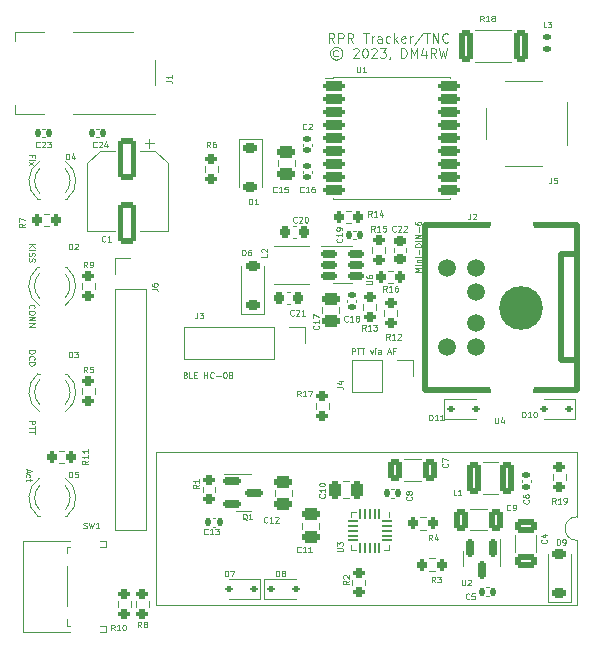
<source format=gbr>
%TF.GenerationSoftware,KiCad,Pcbnew,7.0.5*%
%TF.CreationDate,2023-07-30T11:04:12+02:00*%
%TF.ProjectId,TeensyRPR,5465656e-7379-4525-9052-2e6b69636164,rev?*%
%TF.SameCoordinates,Original*%
%TF.FileFunction,Legend,Top*%
%TF.FilePolarity,Positive*%
%FSLAX46Y46*%
G04 Gerber Fmt 4.6, Leading zero omitted, Abs format (unit mm)*
G04 Created by KiCad (PCBNEW 7.0.5) date 2023-07-30 11:04:12*
%MOMM*%
%LPD*%
G01*
G04 APERTURE LIST*
G04 Aperture macros list*
%AMRoundRect*
0 Rectangle with rounded corners*
0 $1 Rounding radius*
0 $2 $3 $4 $5 $6 $7 $8 $9 X,Y pos of 4 corners*
0 Add a 4 corners polygon primitive as box body*
4,1,4,$2,$3,$4,$5,$6,$7,$8,$9,$2,$3,0*
0 Add four circle primitives for the rounded corners*
1,1,$1+$1,$2,$3*
1,1,$1+$1,$4,$5*
1,1,$1+$1,$6,$7*
1,1,$1+$1,$8,$9*
0 Add four rect primitives between the rounded corners*
20,1,$1+$1,$2,$3,$4,$5,0*
20,1,$1+$1,$4,$5,$6,$7,0*
20,1,$1+$1,$6,$7,$8,$9,0*
20,1,$1+$1,$8,$9,$2,$3,0*%
G04 Aperture macros list end*
%ADD10C,0.100000*%
%ADD11C,0.125000*%
%ADD12C,0.120000*%
%ADD13C,0.500380*%
%ADD14C,1.501140*%
%ADD15C,3.700780*%
%ADD16RoundRect,0.250000X0.650000X-0.325000X0.650000X0.325000X-0.650000X0.325000X-0.650000X-0.325000X0*%
%ADD17RoundRect,0.140000X-0.140000X-0.170000X0.140000X-0.170000X0.140000X0.170000X-0.140000X0.170000X0*%
%ADD18RoundRect,0.140000X-0.170000X0.140000X-0.170000X-0.140000X0.170000X-0.140000X0.170000X0.140000X0*%
%ADD19RoundRect,0.250000X-0.325000X-0.650000X0.325000X-0.650000X0.325000X0.650000X-0.325000X0.650000X0*%
%ADD20RoundRect,0.250000X0.250000X0.475000X-0.250000X0.475000X-0.250000X-0.475000X0.250000X-0.475000X0*%
%ADD21RoundRect,0.250000X0.475000X-0.250000X0.475000X0.250000X-0.475000X0.250000X-0.475000X-0.250000X0*%
%ADD22RoundRect,0.250000X-0.475000X0.250000X-0.475000X-0.250000X0.475000X-0.250000X0.475000X0.250000X0*%
%ADD23RoundRect,0.140000X0.170000X-0.140000X0.170000X0.140000X-0.170000X0.140000X-0.170000X-0.140000X0*%
%ADD24C,3.721100*%
%ADD25R,1.700000X1.700000*%
%ADD26O,1.700000X1.700000*%
%ADD27RoundRect,0.250000X-0.375000X-1.075000X0.375000X-1.075000X0.375000X1.075000X-0.375000X1.075000X0*%
%ADD28RoundRect,0.150000X-0.587500X-0.150000X0.587500X-0.150000X0.587500X0.150000X-0.587500X0.150000X0*%
%ADD29RoundRect,0.200000X-0.275000X0.200000X-0.275000X-0.200000X0.275000X-0.200000X0.275000X0.200000X0*%
%ADD30RoundRect,0.200000X-0.200000X-0.275000X0.200000X-0.275000X0.200000X0.275000X-0.200000X0.275000X0*%
%ADD31RoundRect,0.200000X0.200000X0.275000X-0.200000X0.275000X-0.200000X-0.275000X0.200000X-0.275000X0*%
%ADD32RoundRect,0.150000X-0.150000X0.587500X-0.150000X-0.587500X0.150000X-0.587500X0.150000X0.587500X0*%
%ADD33R,1.600000X1.600000*%
%ADD34O,1.600000X1.600000*%
%ADD35C,1.524000*%
%ADD36RoundRect,0.200000X0.275000X-0.200000X0.275000X0.200000X-0.275000X0.200000X-0.275000X-0.200000X0*%
%ADD37RoundRect,0.050000X-0.050000X0.375000X-0.050000X-0.375000X0.050000X-0.375000X0.050000X0.375000X0*%
%ADD38RoundRect,0.050000X-0.375000X0.050000X-0.375000X-0.050000X0.375000X-0.050000X0.375000X0.050000X0*%
%ADD39R,1.650000X1.650000*%
%ADD40C,2.250000*%
%ADD41RoundRect,0.225000X-0.375000X0.225000X-0.375000X-0.225000X0.375000X-0.225000X0.375000X0.225000X0*%
%ADD42RoundRect,0.250000X-0.550000X1.500000X-0.550000X-1.500000X0.550000X-1.500000X0.550000X1.500000X0*%
%ADD43R,1.800000X1.800000*%
%ADD44C,1.800000*%
%ADD45C,2.100000*%
%ADD46C,1.750000*%
%ADD47RoundRect,0.112500X0.187500X0.112500X-0.187500X0.112500X-0.187500X-0.112500X0.187500X-0.112500X0*%
%ADD48RoundRect,0.112500X-0.187500X-0.112500X0.187500X-0.112500X0.187500X0.112500X-0.187500X0.112500X0*%
%ADD49C,1.000000*%
%ADD50R,1.900000X1.900000*%
%ADD51C,1.900000*%
%ADD52RoundRect,0.225000X0.225000X0.250000X-0.225000X0.250000X-0.225000X-0.250000X0.225000X-0.250000X0*%
%ADD53RoundRect,0.225000X-0.225000X-0.250000X0.225000X-0.250000X0.225000X0.250000X-0.225000X0.250000X0*%
%ADD54RoundRect,0.225000X-0.250000X0.225000X-0.250000X-0.225000X0.250000X-0.225000X0.250000X0.225000X0*%
%ADD55R,0.800000X2.700000*%
%ADD56RoundRect,0.150000X-0.512500X-0.150000X0.512500X-0.150000X0.512500X0.150000X-0.512500X0.150000X0*%
%ADD57RoundRect,0.225000X0.375000X-0.225000X0.375000X0.225000X-0.375000X0.225000X-0.375000X-0.225000X0*%
%ADD58RoundRect,0.250000X0.362500X1.075000X-0.362500X1.075000X-0.362500X-1.075000X0.362500X-1.075000X0*%
%ADD59RoundRect,0.147500X0.172500X-0.147500X0.172500X0.147500X-0.172500X0.147500X-0.172500X-0.147500X0*%
%ADD60RoundRect,0.200000X-0.700000X-0.200000X0.700000X-0.200000X0.700000X0.200000X-0.700000X0.200000X0*%
G04 APERTURE END LIST*
D10*
X135457509Y-115447046D02*
X135433700Y-115423237D01*
X135433700Y-115423237D02*
X135409890Y-115351808D01*
X135409890Y-115351808D02*
X135409890Y-115304189D01*
X135409890Y-115304189D02*
X135433700Y-115232761D01*
X135433700Y-115232761D02*
X135481319Y-115185142D01*
X135481319Y-115185142D02*
X135528938Y-115161332D01*
X135528938Y-115161332D02*
X135624176Y-115137523D01*
X135624176Y-115137523D02*
X135695604Y-115137523D01*
X135695604Y-115137523D02*
X135790842Y-115161332D01*
X135790842Y-115161332D02*
X135838461Y-115185142D01*
X135838461Y-115185142D02*
X135886080Y-115232761D01*
X135886080Y-115232761D02*
X135909890Y-115304189D01*
X135909890Y-115304189D02*
X135909890Y-115351808D01*
X135909890Y-115351808D02*
X135886080Y-115423237D01*
X135886080Y-115423237D02*
X135862271Y-115447046D01*
X135909890Y-115756570D02*
X135909890Y-115851808D01*
X135909890Y-115851808D02*
X135886080Y-115899427D01*
X135886080Y-115899427D02*
X135838461Y-115947046D01*
X135838461Y-115947046D02*
X135743223Y-115970856D01*
X135743223Y-115970856D02*
X135576557Y-115970856D01*
X135576557Y-115970856D02*
X135481319Y-115947046D01*
X135481319Y-115947046D02*
X135433700Y-115899427D01*
X135433700Y-115899427D02*
X135409890Y-115851808D01*
X135409890Y-115851808D02*
X135409890Y-115756570D01*
X135409890Y-115756570D02*
X135433700Y-115708951D01*
X135433700Y-115708951D02*
X135481319Y-115661332D01*
X135481319Y-115661332D02*
X135576557Y-115637523D01*
X135576557Y-115637523D02*
X135743223Y-115637523D01*
X135743223Y-115637523D02*
X135838461Y-115661332D01*
X135838461Y-115661332D02*
X135886080Y-115708951D01*
X135886080Y-115708951D02*
X135909890Y-115756570D01*
X135409890Y-116185142D02*
X135909890Y-116185142D01*
X135909890Y-116185142D02*
X135409890Y-116470856D01*
X135409890Y-116470856D02*
X135909890Y-116470856D01*
X135409890Y-116708952D02*
X135909890Y-116708952D01*
X135909890Y-116708952D02*
X135409890Y-116994666D01*
X135409890Y-116994666D02*
X135909890Y-116994666D01*
X135409890Y-110017810D02*
X135909890Y-110017810D01*
X135409890Y-110303524D02*
X135695604Y-110089239D01*
X135909890Y-110303524D02*
X135624176Y-110017810D01*
X135409890Y-110517810D02*
X135909890Y-110517810D01*
X135433700Y-110732096D02*
X135409890Y-110803524D01*
X135409890Y-110803524D02*
X135409890Y-110922572D01*
X135409890Y-110922572D02*
X135433700Y-110970191D01*
X135433700Y-110970191D02*
X135457509Y-110994000D01*
X135457509Y-110994000D02*
X135505128Y-111017810D01*
X135505128Y-111017810D02*
X135552747Y-111017810D01*
X135552747Y-111017810D02*
X135600366Y-110994000D01*
X135600366Y-110994000D02*
X135624176Y-110970191D01*
X135624176Y-110970191D02*
X135647985Y-110922572D01*
X135647985Y-110922572D02*
X135671795Y-110827334D01*
X135671795Y-110827334D02*
X135695604Y-110779715D01*
X135695604Y-110779715D02*
X135719414Y-110755905D01*
X135719414Y-110755905D02*
X135767033Y-110732096D01*
X135767033Y-110732096D02*
X135814652Y-110732096D01*
X135814652Y-110732096D02*
X135862271Y-110755905D01*
X135862271Y-110755905D02*
X135886080Y-110779715D01*
X135886080Y-110779715D02*
X135909890Y-110827334D01*
X135909890Y-110827334D02*
X135909890Y-110946381D01*
X135909890Y-110946381D02*
X135886080Y-111017810D01*
X135433700Y-111208286D02*
X135409890Y-111279714D01*
X135409890Y-111279714D02*
X135409890Y-111398762D01*
X135409890Y-111398762D02*
X135433700Y-111446381D01*
X135433700Y-111446381D02*
X135457509Y-111470190D01*
X135457509Y-111470190D02*
X135505128Y-111494000D01*
X135505128Y-111494000D02*
X135552747Y-111494000D01*
X135552747Y-111494000D02*
X135600366Y-111470190D01*
X135600366Y-111470190D02*
X135624176Y-111446381D01*
X135624176Y-111446381D02*
X135647985Y-111398762D01*
X135647985Y-111398762D02*
X135671795Y-111303524D01*
X135671795Y-111303524D02*
X135695604Y-111255905D01*
X135695604Y-111255905D02*
X135719414Y-111232095D01*
X135719414Y-111232095D02*
X135767033Y-111208286D01*
X135767033Y-111208286D02*
X135814652Y-111208286D01*
X135814652Y-111208286D02*
X135862271Y-111232095D01*
X135862271Y-111232095D02*
X135886080Y-111255905D01*
X135886080Y-111255905D02*
X135909890Y-111303524D01*
X135909890Y-111303524D02*
X135909890Y-111422571D01*
X135909890Y-111422571D02*
X135886080Y-111494000D01*
X135671795Y-102620000D02*
X135671795Y-102453333D01*
X135409890Y-102453333D02*
X135909890Y-102453333D01*
X135909890Y-102453333D02*
X135909890Y-102691428D01*
X135409890Y-102881904D02*
X135743223Y-102881904D01*
X135909890Y-102881904D02*
X135886080Y-102858095D01*
X135886080Y-102858095D02*
X135862271Y-102881904D01*
X135862271Y-102881904D02*
X135886080Y-102905714D01*
X135886080Y-102905714D02*
X135909890Y-102881904D01*
X135909890Y-102881904D02*
X135862271Y-102881904D01*
X135409890Y-103072380D02*
X135743223Y-103334285D01*
X135743223Y-103072380D02*
X135409890Y-103334285D01*
X135409890Y-124964095D02*
X135909890Y-124964095D01*
X135909890Y-124964095D02*
X135909890Y-125154571D01*
X135909890Y-125154571D02*
X135886080Y-125202190D01*
X135886080Y-125202190D02*
X135862271Y-125226000D01*
X135862271Y-125226000D02*
X135814652Y-125249809D01*
X135814652Y-125249809D02*
X135743223Y-125249809D01*
X135743223Y-125249809D02*
X135695604Y-125226000D01*
X135695604Y-125226000D02*
X135671795Y-125202190D01*
X135671795Y-125202190D02*
X135647985Y-125154571D01*
X135647985Y-125154571D02*
X135647985Y-124964095D01*
X135909890Y-125392667D02*
X135909890Y-125678381D01*
X135409890Y-125535524D02*
X135909890Y-125535524D01*
X135909890Y-125773619D02*
X135909890Y-126059333D01*
X135409890Y-125916476D02*
X135909890Y-125916476D01*
X148687503Y-121083704D02*
X148758931Y-121107514D01*
X148758931Y-121107514D02*
X148782741Y-121131323D01*
X148782741Y-121131323D02*
X148806550Y-121178942D01*
X148806550Y-121178942D02*
X148806550Y-121250371D01*
X148806550Y-121250371D02*
X148782741Y-121297990D01*
X148782741Y-121297990D02*
X148758931Y-121321800D01*
X148758931Y-121321800D02*
X148711312Y-121345609D01*
X148711312Y-121345609D02*
X148520836Y-121345609D01*
X148520836Y-121345609D02*
X148520836Y-120845609D01*
X148520836Y-120845609D02*
X148687503Y-120845609D01*
X148687503Y-120845609D02*
X148735122Y-120869419D01*
X148735122Y-120869419D02*
X148758931Y-120893228D01*
X148758931Y-120893228D02*
X148782741Y-120940847D01*
X148782741Y-120940847D02*
X148782741Y-120988466D01*
X148782741Y-120988466D02*
X148758931Y-121036085D01*
X148758931Y-121036085D02*
X148735122Y-121059895D01*
X148735122Y-121059895D02*
X148687503Y-121083704D01*
X148687503Y-121083704D02*
X148520836Y-121083704D01*
X149258931Y-121345609D02*
X149020836Y-121345609D01*
X149020836Y-121345609D02*
X149020836Y-120845609D01*
X149425598Y-121083704D02*
X149592265Y-121083704D01*
X149663693Y-121345609D02*
X149425598Y-121345609D01*
X149425598Y-121345609D02*
X149425598Y-120845609D01*
X149425598Y-120845609D02*
X149663693Y-120845609D01*
X150258931Y-121345609D02*
X150258931Y-120845609D01*
X150258931Y-121083704D02*
X150544645Y-121083704D01*
X150544645Y-121345609D02*
X150544645Y-120845609D01*
X151068455Y-121297990D02*
X151044646Y-121321800D01*
X151044646Y-121321800D02*
X150973217Y-121345609D01*
X150973217Y-121345609D02*
X150925598Y-121345609D01*
X150925598Y-121345609D02*
X150854170Y-121321800D01*
X150854170Y-121321800D02*
X150806551Y-121274180D01*
X150806551Y-121274180D02*
X150782741Y-121226561D01*
X150782741Y-121226561D02*
X150758932Y-121131323D01*
X150758932Y-121131323D02*
X150758932Y-121059895D01*
X150758932Y-121059895D02*
X150782741Y-120964657D01*
X150782741Y-120964657D02*
X150806551Y-120917038D01*
X150806551Y-120917038D02*
X150854170Y-120869419D01*
X150854170Y-120869419D02*
X150925598Y-120845609D01*
X150925598Y-120845609D02*
X150973217Y-120845609D01*
X150973217Y-120845609D02*
X151044646Y-120869419D01*
X151044646Y-120869419D02*
X151068455Y-120893228D01*
X151282741Y-121155133D02*
X151663694Y-121155133D01*
X151997027Y-120845609D02*
X152044646Y-120845609D01*
X152044646Y-120845609D02*
X152092265Y-120869419D01*
X152092265Y-120869419D02*
X152116075Y-120893228D01*
X152116075Y-120893228D02*
X152139884Y-120940847D01*
X152139884Y-120940847D02*
X152163694Y-121036085D01*
X152163694Y-121036085D02*
X152163694Y-121155133D01*
X152163694Y-121155133D02*
X152139884Y-121250371D01*
X152139884Y-121250371D02*
X152116075Y-121297990D01*
X152116075Y-121297990D02*
X152092265Y-121321800D01*
X152092265Y-121321800D02*
X152044646Y-121345609D01*
X152044646Y-121345609D02*
X151997027Y-121345609D01*
X151997027Y-121345609D02*
X151949408Y-121321800D01*
X151949408Y-121321800D02*
X151925599Y-121297990D01*
X151925599Y-121297990D02*
X151901789Y-121250371D01*
X151901789Y-121250371D02*
X151877980Y-121155133D01*
X151877980Y-121155133D02*
X151877980Y-121036085D01*
X151877980Y-121036085D02*
X151901789Y-120940847D01*
X151901789Y-120940847D02*
X151925599Y-120893228D01*
X151925599Y-120893228D02*
X151949408Y-120869419D01*
X151949408Y-120869419D02*
X151997027Y-120845609D01*
X152449408Y-121059895D02*
X152401789Y-121036085D01*
X152401789Y-121036085D02*
X152377979Y-121012276D01*
X152377979Y-121012276D02*
X152354170Y-120964657D01*
X152354170Y-120964657D02*
X152354170Y-120940847D01*
X152354170Y-120940847D02*
X152377979Y-120893228D01*
X152377979Y-120893228D02*
X152401789Y-120869419D01*
X152401789Y-120869419D02*
X152449408Y-120845609D01*
X152449408Y-120845609D02*
X152544646Y-120845609D01*
X152544646Y-120845609D02*
X152592265Y-120869419D01*
X152592265Y-120869419D02*
X152616074Y-120893228D01*
X152616074Y-120893228D02*
X152639884Y-120940847D01*
X152639884Y-120940847D02*
X152639884Y-120964657D01*
X152639884Y-120964657D02*
X152616074Y-121012276D01*
X152616074Y-121012276D02*
X152592265Y-121036085D01*
X152592265Y-121036085D02*
X152544646Y-121059895D01*
X152544646Y-121059895D02*
X152449408Y-121059895D01*
X152449408Y-121059895D02*
X152401789Y-121083704D01*
X152401789Y-121083704D02*
X152377979Y-121107514D01*
X152377979Y-121107514D02*
X152354170Y-121155133D01*
X152354170Y-121155133D02*
X152354170Y-121250371D01*
X152354170Y-121250371D02*
X152377979Y-121297990D01*
X152377979Y-121297990D02*
X152401789Y-121321800D01*
X152401789Y-121321800D02*
X152449408Y-121345609D01*
X152449408Y-121345609D02*
X152544646Y-121345609D01*
X152544646Y-121345609D02*
X152592265Y-121321800D01*
X152592265Y-121321800D02*
X152616074Y-121297990D01*
X152616074Y-121297990D02*
X152639884Y-121250371D01*
X152639884Y-121250371D02*
X152639884Y-121155133D01*
X152639884Y-121155133D02*
X152616074Y-121107514D01*
X152616074Y-121107514D02*
X152592265Y-121083704D01*
X152592265Y-121083704D02*
X152544646Y-121059895D01*
X161290572Y-92938895D02*
X161023905Y-92557942D01*
X160833429Y-92938895D02*
X160833429Y-92138895D01*
X160833429Y-92138895D02*
X161138191Y-92138895D01*
X161138191Y-92138895D02*
X161214381Y-92176990D01*
X161214381Y-92176990D02*
X161252476Y-92215085D01*
X161252476Y-92215085D02*
X161290572Y-92291276D01*
X161290572Y-92291276D02*
X161290572Y-92405561D01*
X161290572Y-92405561D02*
X161252476Y-92481752D01*
X161252476Y-92481752D02*
X161214381Y-92519847D01*
X161214381Y-92519847D02*
X161138191Y-92557942D01*
X161138191Y-92557942D02*
X160833429Y-92557942D01*
X161633429Y-92938895D02*
X161633429Y-92138895D01*
X161633429Y-92138895D02*
X161938191Y-92138895D01*
X161938191Y-92138895D02*
X162014381Y-92176990D01*
X162014381Y-92176990D02*
X162052476Y-92215085D01*
X162052476Y-92215085D02*
X162090572Y-92291276D01*
X162090572Y-92291276D02*
X162090572Y-92405561D01*
X162090572Y-92405561D02*
X162052476Y-92481752D01*
X162052476Y-92481752D02*
X162014381Y-92519847D01*
X162014381Y-92519847D02*
X161938191Y-92557942D01*
X161938191Y-92557942D02*
X161633429Y-92557942D01*
X162890572Y-92938895D02*
X162623905Y-92557942D01*
X162433429Y-92938895D02*
X162433429Y-92138895D01*
X162433429Y-92138895D02*
X162738191Y-92138895D01*
X162738191Y-92138895D02*
X162814381Y-92176990D01*
X162814381Y-92176990D02*
X162852476Y-92215085D01*
X162852476Y-92215085D02*
X162890572Y-92291276D01*
X162890572Y-92291276D02*
X162890572Y-92405561D01*
X162890572Y-92405561D02*
X162852476Y-92481752D01*
X162852476Y-92481752D02*
X162814381Y-92519847D01*
X162814381Y-92519847D02*
X162738191Y-92557942D01*
X162738191Y-92557942D02*
X162433429Y-92557942D01*
X163728667Y-92138895D02*
X164185810Y-92138895D01*
X163957238Y-92938895D02*
X163957238Y-92138895D01*
X164452477Y-92938895D02*
X164452477Y-92405561D01*
X164452477Y-92557942D02*
X164490572Y-92481752D01*
X164490572Y-92481752D02*
X164528667Y-92443657D01*
X164528667Y-92443657D02*
X164604858Y-92405561D01*
X164604858Y-92405561D02*
X164681048Y-92405561D01*
X165290572Y-92938895D02*
X165290572Y-92519847D01*
X165290572Y-92519847D02*
X165252477Y-92443657D01*
X165252477Y-92443657D02*
X165176286Y-92405561D01*
X165176286Y-92405561D02*
X165023905Y-92405561D01*
X165023905Y-92405561D02*
X164947715Y-92443657D01*
X165290572Y-92900800D02*
X165214381Y-92938895D01*
X165214381Y-92938895D02*
X165023905Y-92938895D01*
X165023905Y-92938895D02*
X164947715Y-92900800D01*
X164947715Y-92900800D02*
X164909619Y-92824609D01*
X164909619Y-92824609D02*
X164909619Y-92748419D01*
X164909619Y-92748419D02*
X164947715Y-92672228D01*
X164947715Y-92672228D02*
X165023905Y-92634133D01*
X165023905Y-92634133D02*
X165214381Y-92634133D01*
X165214381Y-92634133D02*
X165290572Y-92596038D01*
X166014382Y-92900800D02*
X165938191Y-92938895D01*
X165938191Y-92938895D02*
X165785810Y-92938895D01*
X165785810Y-92938895D02*
X165709620Y-92900800D01*
X165709620Y-92900800D02*
X165671525Y-92862704D01*
X165671525Y-92862704D02*
X165633429Y-92786514D01*
X165633429Y-92786514D02*
X165633429Y-92557942D01*
X165633429Y-92557942D02*
X165671525Y-92481752D01*
X165671525Y-92481752D02*
X165709620Y-92443657D01*
X165709620Y-92443657D02*
X165785810Y-92405561D01*
X165785810Y-92405561D02*
X165938191Y-92405561D01*
X165938191Y-92405561D02*
X166014382Y-92443657D01*
X166357239Y-92938895D02*
X166357239Y-92138895D01*
X166433429Y-92634133D02*
X166662001Y-92938895D01*
X166662001Y-92405561D02*
X166357239Y-92710323D01*
X167309620Y-92900800D02*
X167233429Y-92938895D01*
X167233429Y-92938895D02*
X167081048Y-92938895D01*
X167081048Y-92938895D02*
X167004858Y-92900800D01*
X167004858Y-92900800D02*
X166966762Y-92824609D01*
X166966762Y-92824609D02*
X166966762Y-92519847D01*
X166966762Y-92519847D02*
X167004858Y-92443657D01*
X167004858Y-92443657D02*
X167081048Y-92405561D01*
X167081048Y-92405561D02*
X167233429Y-92405561D01*
X167233429Y-92405561D02*
X167309620Y-92443657D01*
X167309620Y-92443657D02*
X167347715Y-92519847D01*
X167347715Y-92519847D02*
X167347715Y-92596038D01*
X167347715Y-92596038D02*
X166966762Y-92672228D01*
X167690572Y-92938895D02*
X167690572Y-92405561D01*
X167690572Y-92557942D02*
X167728667Y-92481752D01*
X167728667Y-92481752D02*
X167766762Y-92443657D01*
X167766762Y-92443657D02*
X167842953Y-92405561D01*
X167842953Y-92405561D02*
X167919143Y-92405561D01*
X168757238Y-92100800D02*
X168071524Y-93129371D01*
X168909619Y-92138895D02*
X169366762Y-92138895D01*
X169138190Y-92938895D02*
X169138190Y-92138895D01*
X169633429Y-92938895D02*
X169633429Y-92138895D01*
X169633429Y-92138895D02*
X170090572Y-92938895D01*
X170090572Y-92938895D02*
X170090572Y-92138895D01*
X170928667Y-92862704D02*
X170890571Y-92900800D01*
X170890571Y-92900800D02*
X170776286Y-92938895D01*
X170776286Y-92938895D02*
X170700095Y-92938895D01*
X170700095Y-92938895D02*
X170585809Y-92900800D01*
X170585809Y-92900800D02*
X170509619Y-92824609D01*
X170509619Y-92824609D02*
X170471524Y-92748419D01*
X170471524Y-92748419D02*
X170433428Y-92596038D01*
X170433428Y-92596038D02*
X170433428Y-92481752D01*
X170433428Y-92481752D02*
X170471524Y-92329371D01*
X170471524Y-92329371D02*
X170509619Y-92253180D01*
X170509619Y-92253180D02*
X170585809Y-92176990D01*
X170585809Y-92176990D02*
X170700095Y-92138895D01*
X170700095Y-92138895D02*
X170776286Y-92138895D01*
X170776286Y-92138895D02*
X170890571Y-92176990D01*
X170890571Y-92176990D02*
X170928667Y-92215085D01*
X161595332Y-93617371D02*
X161519141Y-93579276D01*
X161519141Y-93579276D02*
X161366760Y-93579276D01*
X161366760Y-93579276D02*
X161290570Y-93617371D01*
X161290570Y-93617371D02*
X161214379Y-93693561D01*
X161214379Y-93693561D02*
X161176284Y-93769752D01*
X161176284Y-93769752D02*
X161176284Y-93922133D01*
X161176284Y-93922133D02*
X161214379Y-93998323D01*
X161214379Y-93998323D02*
X161290570Y-94074514D01*
X161290570Y-94074514D02*
X161366760Y-94112609D01*
X161366760Y-94112609D02*
X161519141Y-94112609D01*
X161519141Y-94112609D02*
X161595332Y-94074514D01*
X161442951Y-93312609D02*
X161252475Y-93350704D01*
X161252475Y-93350704D02*
X161061998Y-93464990D01*
X161061998Y-93464990D02*
X160947713Y-93655466D01*
X160947713Y-93655466D02*
X160909617Y-93845942D01*
X160909617Y-93845942D02*
X160947713Y-94036419D01*
X160947713Y-94036419D02*
X161061998Y-94226895D01*
X161061998Y-94226895D02*
X161252475Y-94341180D01*
X161252475Y-94341180D02*
X161442951Y-94379276D01*
X161442951Y-94379276D02*
X161633427Y-94341180D01*
X161633427Y-94341180D02*
X161823903Y-94226895D01*
X161823903Y-94226895D02*
X161938189Y-94036419D01*
X161938189Y-94036419D02*
X161976284Y-93845942D01*
X161976284Y-93845942D02*
X161938189Y-93655466D01*
X161938189Y-93655466D02*
X161823903Y-93464990D01*
X161823903Y-93464990D02*
X161633427Y-93350704D01*
X161633427Y-93350704D02*
X161442951Y-93312609D01*
X162890570Y-93503085D02*
X162928666Y-93464990D01*
X162928666Y-93464990D02*
X163004856Y-93426895D01*
X163004856Y-93426895D02*
X163195332Y-93426895D01*
X163195332Y-93426895D02*
X163271523Y-93464990D01*
X163271523Y-93464990D02*
X163309618Y-93503085D01*
X163309618Y-93503085D02*
X163347713Y-93579276D01*
X163347713Y-93579276D02*
X163347713Y-93655466D01*
X163347713Y-93655466D02*
X163309618Y-93769752D01*
X163309618Y-93769752D02*
X162852475Y-94226895D01*
X162852475Y-94226895D02*
X163347713Y-94226895D01*
X163842952Y-93426895D02*
X163919142Y-93426895D01*
X163919142Y-93426895D02*
X163995333Y-93464990D01*
X163995333Y-93464990D02*
X164033428Y-93503085D01*
X164033428Y-93503085D02*
X164071523Y-93579276D01*
X164071523Y-93579276D02*
X164109618Y-93731657D01*
X164109618Y-93731657D02*
X164109618Y-93922133D01*
X164109618Y-93922133D02*
X164071523Y-94074514D01*
X164071523Y-94074514D02*
X164033428Y-94150704D01*
X164033428Y-94150704D02*
X163995333Y-94188800D01*
X163995333Y-94188800D02*
X163919142Y-94226895D01*
X163919142Y-94226895D02*
X163842952Y-94226895D01*
X163842952Y-94226895D02*
X163766761Y-94188800D01*
X163766761Y-94188800D02*
X163728666Y-94150704D01*
X163728666Y-94150704D02*
X163690571Y-94074514D01*
X163690571Y-94074514D02*
X163652475Y-93922133D01*
X163652475Y-93922133D02*
X163652475Y-93731657D01*
X163652475Y-93731657D02*
X163690571Y-93579276D01*
X163690571Y-93579276D02*
X163728666Y-93503085D01*
X163728666Y-93503085D02*
X163766761Y-93464990D01*
X163766761Y-93464990D02*
X163842952Y-93426895D01*
X164414380Y-93503085D02*
X164452476Y-93464990D01*
X164452476Y-93464990D02*
X164528666Y-93426895D01*
X164528666Y-93426895D02*
X164719142Y-93426895D01*
X164719142Y-93426895D02*
X164795333Y-93464990D01*
X164795333Y-93464990D02*
X164833428Y-93503085D01*
X164833428Y-93503085D02*
X164871523Y-93579276D01*
X164871523Y-93579276D02*
X164871523Y-93655466D01*
X164871523Y-93655466D02*
X164833428Y-93769752D01*
X164833428Y-93769752D02*
X164376285Y-94226895D01*
X164376285Y-94226895D02*
X164871523Y-94226895D01*
X165138190Y-93426895D02*
X165633428Y-93426895D01*
X165633428Y-93426895D02*
X165366762Y-93731657D01*
X165366762Y-93731657D02*
X165481047Y-93731657D01*
X165481047Y-93731657D02*
X165557238Y-93769752D01*
X165557238Y-93769752D02*
X165595333Y-93807847D01*
X165595333Y-93807847D02*
X165633428Y-93884038D01*
X165633428Y-93884038D02*
X165633428Y-94074514D01*
X165633428Y-94074514D02*
X165595333Y-94150704D01*
X165595333Y-94150704D02*
X165557238Y-94188800D01*
X165557238Y-94188800D02*
X165481047Y-94226895D01*
X165481047Y-94226895D02*
X165252476Y-94226895D01*
X165252476Y-94226895D02*
X165176285Y-94188800D01*
X165176285Y-94188800D02*
X165138190Y-94150704D01*
X166014381Y-94188800D02*
X166014381Y-94226895D01*
X166014381Y-94226895D02*
X165976286Y-94303085D01*
X165976286Y-94303085D02*
X165938190Y-94341180D01*
X166966762Y-94226895D02*
X166966762Y-93426895D01*
X166966762Y-93426895D02*
X167157238Y-93426895D01*
X167157238Y-93426895D02*
X167271524Y-93464990D01*
X167271524Y-93464990D02*
X167347714Y-93541180D01*
X167347714Y-93541180D02*
X167385809Y-93617371D01*
X167385809Y-93617371D02*
X167423905Y-93769752D01*
X167423905Y-93769752D02*
X167423905Y-93884038D01*
X167423905Y-93884038D02*
X167385809Y-94036419D01*
X167385809Y-94036419D02*
X167347714Y-94112609D01*
X167347714Y-94112609D02*
X167271524Y-94188800D01*
X167271524Y-94188800D02*
X167157238Y-94226895D01*
X167157238Y-94226895D02*
X166966762Y-94226895D01*
X167766762Y-94226895D02*
X167766762Y-93426895D01*
X167766762Y-93426895D02*
X168033428Y-93998323D01*
X168033428Y-93998323D02*
X168300095Y-93426895D01*
X168300095Y-93426895D02*
X168300095Y-94226895D01*
X169023905Y-93693561D02*
X169023905Y-94226895D01*
X168833429Y-93388800D02*
X168642952Y-93960228D01*
X168642952Y-93960228D02*
X169138191Y-93960228D01*
X169900096Y-94226895D02*
X169633429Y-93845942D01*
X169442953Y-94226895D02*
X169442953Y-93426895D01*
X169442953Y-93426895D02*
X169747715Y-93426895D01*
X169747715Y-93426895D02*
X169823905Y-93464990D01*
X169823905Y-93464990D02*
X169862000Y-93503085D01*
X169862000Y-93503085D02*
X169900096Y-93579276D01*
X169900096Y-93579276D02*
X169900096Y-93693561D01*
X169900096Y-93693561D02*
X169862000Y-93769752D01*
X169862000Y-93769752D02*
X169823905Y-93807847D01*
X169823905Y-93807847D02*
X169747715Y-93845942D01*
X169747715Y-93845942D02*
X169442953Y-93845942D01*
X170166762Y-93426895D02*
X170357238Y-94226895D01*
X170357238Y-94226895D02*
X170509619Y-93655466D01*
X170509619Y-93655466D02*
X170662000Y-94226895D01*
X170662000Y-94226895D02*
X170852477Y-93426895D01*
X135409890Y-119003047D02*
X135909890Y-119003047D01*
X135909890Y-119003047D02*
X135909890Y-119122095D01*
X135909890Y-119122095D02*
X135886080Y-119193523D01*
X135886080Y-119193523D02*
X135838461Y-119241142D01*
X135838461Y-119241142D02*
X135790842Y-119264952D01*
X135790842Y-119264952D02*
X135695604Y-119288761D01*
X135695604Y-119288761D02*
X135624176Y-119288761D01*
X135624176Y-119288761D02*
X135528938Y-119264952D01*
X135528938Y-119264952D02*
X135481319Y-119241142D01*
X135481319Y-119241142D02*
X135433700Y-119193523D01*
X135433700Y-119193523D02*
X135409890Y-119122095D01*
X135409890Y-119122095D02*
X135409890Y-119003047D01*
X135457509Y-119788761D02*
X135433700Y-119764952D01*
X135433700Y-119764952D02*
X135409890Y-119693523D01*
X135409890Y-119693523D02*
X135409890Y-119645904D01*
X135409890Y-119645904D02*
X135433700Y-119574476D01*
X135433700Y-119574476D02*
X135481319Y-119526857D01*
X135481319Y-119526857D02*
X135528938Y-119503047D01*
X135528938Y-119503047D02*
X135624176Y-119479238D01*
X135624176Y-119479238D02*
X135695604Y-119479238D01*
X135695604Y-119479238D02*
X135790842Y-119503047D01*
X135790842Y-119503047D02*
X135838461Y-119526857D01*
X135838461Y-119526857D02*
X135886080Y-119574476D01*
X135886080Y-119574476D02*
X135909890Y-119645904D01*
X135909890Y-119645904D02*
X135909890Y-119693523D01*
X135909890Y-119693523D02*
X135886080Y-119764952D01*
X135886080Y-119764952D02*
X135862271Y-119788761D01*
X135409890Y-120003047D02*
X135909890Y-120003047D01*
X135909890Y-120003047D02*
X135909890Y-120122095D01*
X135909890Y-120122095D02*
X135886080Y-120193523D01*
X135886080Y-120193523D02*
X135838461Y-120241142D01*
X135838461Y-120241142D02*
X135790842Y-120264952D01*
X135790842Y-120264952D02*
X135695604Y-120288761D01*
X135695604Y-120288761D02*
X135624176Y-120288761D01*
X135624176Y-120288761D02*
X135528938Y-120264952D01*
X135528938Y-120264952D02*
X135481319Y-120241142D01*
X135481319Y-120241142D02*
X135433700Y-120193523D01*
X135433700Y-120193523D02*
X135409890Y-120122095D01*
X135409890Y-120122095D02*
X135409890Y-120003047D01*
X162744836Y-119313609D02*
X162744836Y-118813609D01*
X162744836Y-118813609D02*
X162935312Y-118813609D01*
X162935312Y-118813609D02*
X162982931Y-118837419D01*
X162982931Y-118837419D02*
X163006741Y-118861228D01*
X163006741Y-118861228D02*
X163030550Y-118908847D01*
X163030550Y-118908847D02*
X163030550Y-118980276D01*
X163030550Y-118980276D02*
X163006741Y-119027895D01*
X163006741Y-119027895D02*
X162982931Y-119051704D01*
X162982931Y-119051704D02*
X162935312Y-119075514D01*
X162935312Y-119075514D02*
X162744836Y-119075514D01*
X163173408Y-118813609D02*
X163459122Y-118813609D01*
X163316265Y-119313609D02*
X163316265Y-118813609D01*
X163554360Y-118813609D02*
X163840074Y-118813609D01*
X163697217Y-119313609D02*
X163697217Y-118813609D01*
X164340073Y-118980276D02*
X164459121Y-119313609D01*
X164459121Y-119313609D02*
X164578168Y-118980276D01*
X164768644Y-119313609D02*
X164768644Y-118980276D01*
X164768644Y-118813609D02*
X164744835Y-118837419D01*
X164744835Y-118837419D02*
X164768644Y-118861228D01*
X164768644Y-118861228D02*
X164792454Y-118837419D01*
X164792454Y-118837419D02*
X164768644Y-118813609D01*
X164768644Y-118813609D02*
X164768644Y-118861228D01*
X165221025Y-119313609D02*
X165221025Y-119051704D01*
X165221025Y-119051704D02*
X165197215Y-119004085D01*
X165197215Y-119004085D02*
X165149596Y-118980276D01*
X165149596Y-118980276D02*
X165054358Y-118980276D01*
X165054358Y-118980276D02*
X165006739Y-119004085D01*
X165221025Y-119289800D02*
X165173406Y-119313609D01*
X165173406Y-119313609D02*
X165054358Y-119313609D01*
X165054358Y-119313609D02*
X165006739Y-119289800D01*
X165006739Y-119289800D02*
X164982930Y-119242180D01*
X164982930Y-119242180D02*
X164982930Y-119194561D01*
X164982930Y-119194561D02*
X165006739Y-119146942D01*
X165006739Y-119146942D02*
X165054358Y-119123133D01*
X165054358Y-119123133D02*
X165173406Y-119123133D01*
X165173406Y-119123133D02*
X165221025Y-119099323D01*
X165816263Y-119170752D02*
X166054358Y-119170752D01*
X165768644Y-119313609D02*
X165935310Y-118813609D01*
X165935310Y-118813609D02*
X166101977Y-119313609D01*
X166435310Y-119051704D02*
X166268643Y-119051704D01*
X166268643Y-119313609D02*
X166268643Y-118813609D01*
X166268643Y-118813609D02*
X166506738Y-118813609D01*
X135298747Y-129063810D02*
X135298747Y-129301905D01*
X135155890Y-129016191D02*
X135655890Y-129182857D01*
X135655890Y-129182857D02*
X135155890Y-129349524D01*
X135179700Y-129730476D02*
X135155890Y-129682857D01*
X135155890Y-129682857D02*
X135155890Y-129587619D01*
X135155890Y-129587619D02*
X135179700Y-129540000D01*
X135179700Y-129540000D02*
X135203509Y-129516190D01*
X135203509Y-129516190D02*
X135251128Y-129492381D01*
X135251128Y-129492381D02*
X135393985Y-129492381D01*
X135393985Y-129492381D02*
X135441604Y-129516190D01*
X135441604Y-129516190D02*
X135465414Y-129540000D01*
X135465414Y-129540000D02*
X135489223Y-129587619D01*
X135489223Y-129587619D02*
X135489223Y-129682857D01*
X135489223Y-129682857D02*
X135465414Y-129730476D01*
X135489223Y-129873333D02*
X135489223Y-130063809D01*
X135655890Y-129944761D02*
X135227319Y-129944761D01*
X135227319Y-129944761D02*
X135179700Y-129968571D01*
X135179700Y-129968571D02*
X135155890Y-130016190D01*
X135155890Y-130016190D02*
X135155890Y-130063809D01*
%TO.C,C4*%
X179248490Y-135033333D02*
X179272300Y-135057142D01*
X179272300Y-135057142D02*
X179296109Y-135128571D01*
X179296109Y-135128571D02*
X179296109Y-135176190D01*
X179296109Y-135176190D02*
X179272300Y-135247618D01*
X179272300Y-135247618D02*
X179224680Y-135295237D01*
X179224680Y-135295237D02*
X179177061Y-135319047D01*
X179177061Y-135319047D02*
X179081823Y-135342856D01*
X179081823Y-135342856D02*
X179010395Y-135342856D01*
X179010395Y-135342856D02*
X178915157Y-135319047D01*
X178915157Y-135319047D02*
X178867538Y-135295237D01*
X178867538Y-135295237D02*
X178819919Y-135247618D01*
X178819919Y-135247618D02*
X178796109Y-135176190D01*
X178796109Y-135176190D02*
X178796109Y-135128571D01*
X178796109Y-135128571D02*
X178819919Y-135057142D01*
X178819919Y-135057142D02*
X178843728Y-135033333D01*
X178962776Y-134604761D02*
X179296109Y-134604761D01*
X178772300Y-134723809D02*
X179129442Y-134842856D01*
X179129442Y-134842856D02*
X179129442Y-134533333D01*
%TO.C,C5*%
X172706666Y-140028490D02*
X172682857Y-140052300D01*
X172682857Y-140052300D02*
X172611428Y-140076109D01*
X172611428Y-140076109D02*
X172563809Y-140076109D01*
X172563809Y-140076109D02*
X172492381Y-140052300D01*
X172492381Y-140052300D02*
X172444762Y-140004680D01*
X172444762Y-140004680D02*
X172420952Y-139957061D01*
X172420952Y-139957061D02*
X172397143Y-139861823D01*
X172397143Y-139861823D02*
X172397143Y-139790395D01*
X172397143Y-139790395D02*
X172420952Y-139695157D01*
X172420952Y-139695157D02*
X172444762Y-139647538D01*
X172444762Y-139647538D02*
X172492381Y-139599919D01*
X172492381Y-139599919D02*
X172563809Y-139576109D01*
X172563809Y-139576109D02*
X172611428Y-139576109D01*
X172611428Y-139576109D02*
X172682857Y-139599919D01*
X172682857Y-139599919D02*
X172706666Y-139623728D01*
X173159047Y-139576109D02*
X172920952Y-139576109D01*
X172920952Y-139576109D02*
X172897143Y-139814204D01*
X172897143Y-139814204D02*
X172920952Y-139790395D01*
X172920952Y-139790395D02*
X172968571Y-139766585D01*
X172968571Y-139766585D02*
X173087619Y-139766585D01*
X173087619Y-139766585D02*
X173135238Y-139790395D01*
X173135238Y-139790395D02*
X173159047Y-139814204D01*
X173159047Y-139814204D02*
X173182857Y-139861823D01*
X173182857Y-139861823D02*
X173182857Y-139980871D01*
X173182857Y-139980871D02*
X173159047Y-140028490D01*
X173159047Y-140028490D02*
X173135238Y-140052300D01*
X173135238Y-140052300D02*
X173087619Y-140076109D01*
X173087619Y-140076109D02*
X172968571Y-140076109D01*
X172968571Y-140076109D02*
X172920952Y-140052300D01*
X172920952Y-140052300D02*
X172897143Y-140028490D01*
%TO.C,C6*%
X177724490Y-131663333D02*
X177748300Y-131687142D01*
X177748300Y-131687142D02*
X177772109Y-131758571D01*
X177772109Y-131758571D02*
X177772109Y-131806190D01*
X177772109Y-131806190D02*
X177748300Y-131877618D01*
X177748300Y-131877618D02*
X177700680Y-131925237D01*
X177700680Y-131925237D02*
X177653061Y-131949047D01*
X177653061Y-131949047D02*
X177557823Y-131972856D01*
X177557823Y-131972856D02*
X177486395Y-131972856D01*
X177486395Y-131972856D02*
X177391157Y-131949047D01*
X177391157Y-131949047D02*
X177343538Y-131925237D01*
X177343538Y-131925237D02*
X177295919Y-131877618D01*
X177295919Y-131877618D02*
X177272109Y-131806190D01*
X177272109Y-131806190D02*
X177272109Y-131758571D01*
X177272109Y-131758571D02*
X177295919Y-131687142D01*
X177295919Y-131687142D02*
X177319728Y-131663333D01*
X177272109Y-131234761D02*
X177272109Y-131329999D01*
X177272109Y-131329999D02*
X177295919Y-131377618D01*
X177295919Y-131377618D02*
X177319728Y-131401428D01*
X177319728Y-131401428D02*
X177391157Y-131449047D01*
X177391157Y-131449047D02*
X177486395Y-131472856D01*
X177486395Y-131472856D02*
X177676871Y-131472856D01*
X177676871Y-131472856D02*
X177724490Y-131449047D01*
X177724490Y-131449047D02*
X177748300Y-131425237D01*
X177748300Y-131425237D02*
X177772109Y-131377618D01*
X177772109Y-131377618D02*
X177772109Y-131282380D01*
X177772109Y-131282380D02*
X177748300Y-131234761D01*
X177748300Y-131234761D02*
X177724490Y-131210952D01*
X177724490Y-131210952D02*
X177676871Y-131187142D01*
X177676871Y-131187142D02*
X177557823Y-131187142D01*
X177557823Y-131187142D02*
X177510204Y-131210952D01*
X177510204Y-131210952D02*
X177486395Y-131234761D01*
X177486395Y-131234761D02*
X177462585Y-131282380D01*
X177462585Y-131282380D02*
X177462585Y-131377618D01*
X177462585Y-131377618D02*
X177486395Y-131425237D01*
X177486395Y-131425237D02*
X177510204Y-131449047D01*
X177510204Y-131449047D02*
X177557823Y-131472856D01*
%TO.C,C7*%
X170866490Y-128607333D02*
X170890300Y-128631142D01*
X170890300Y-128631142D02*
X170914109Y-128702571D01*
X170914109Y-128702571D02*
X170914109Y-128750190D01*
X170914109Y-128750190D02*
X170890300Y-128821618D01*
X170890300Y-128821618D02*
X170842680Y-128869237D01*
X170842680Y-128869237D02*
X170795061Y-128893047D01*
X170795061Y-128893047D02*
X170699823Y-128916856D01*
X170699823Y-128916856D02*
X170628395Y-128916856D01*
X170628395Y-128916856D02*
X170533157Y-128893047D01*
X170533157Y-128893047D02*
X170485538Y-128869237D01*
X170485538Y-128869237D02*
X170437919Y-128821618D01*
X170437919Y-128821618D02*
X170414109Y-128750190D01*
X170414109Y-128750190D02*
X170414109Y-128702571D01*
X170414109Y-128702571D02*
X170437919Y-128631142D01*
X170437919Y-128631142D02*
X170461728Y-128607333D01*
X170414109Y-128440666D02*
X170414109Y-128107333D01*
X170414109Y-128107333D02*
X170914109Y-128321618D01*
%TO.C,C8*%
X167818490Y-131401333D02*
X167842300Y-131425142D01*
X167842300Y-131425142D02*
X167866109Y-131496571D01*
X167866109Y-131496571D02*
X167866109Y-131544190D01*
X167866109Y-131544190D02*
X167842300Y-131615618D01*
X167842300Y-131615618D02*
X167794680Y-131663237D01*
X167794680Y-131663237D02*
X167747061Y-131687047D01*
X167747061Y-131687047D02*
X167651823Y-131710856D01*
X167651823Y-131710856D02*
X167580395Y-131710856D01*
X167580395Y-131710856D02*
X167485157Y-131687047D01*
X167485157Y-131687047D02*
X167437538Y-131663237D01*
X167437538Y-131663237D02*
X167389919Y-131615618D01*
X167389919Y-131615618D02*
X167366109Y-131544190D01*
X167366109Y-131544190D02*
X167366109Y-131496571D01*
X167366109Y-131496571D02*
X167389919Y-131425142D01*
X167389919Y-131425142D02*
X167413728Y-131401333D01*
X167580395Y-131115618D02*
X167556585Y-131163237D01*
X167556585Y-131163237D02*
X167532776Y-131187047D01*
X167532776Y-131187047D02*
X167485157Y-131210856D01*
X167485157Y-131210856D02*
X167461347Y-131210856D01*
X167461347Y-131210856D02*
X167413728Y-131187047D01*
X167413728Y-131187047D02*
X167389919Y-131163237D01*
X167389919Y-131163237D02*
X167366109Y-131115618D01*
X167366109Y-131115618D02*
X167366109Y-131020380D01*
X167366109Y-131020380D02*
X167389919Y-130972761D01*
X167389919Y-130972761D02*
X167413728Y-130948952D01*
X167413728Y-130948952D02*
X167461347Y-130925142D01*
X167461347Y-130925142D02*
X167485157Y-130925142D01*
X167485157Y-130925142D02*
X167532776Y-130948952D01*
X167532776Y-130948952D02*
X167556585Y-130972761D01*
X167556585Y-130972761D02*
X167580395Y-131020380D01*
X167580395Y-131020380D02*
X167580395Y-131115618D01*
X167580395Y-131115618D02*
X167604204Y-131163237D01*
X167604204Y-131163237D02*
X167628014Y-131187047D01*
X167628014Y-131187047D02*
X167675633Y-131210856D01*
X167675633Y-131210856D02*
X167770871Y-131210856D01*
X167770871Y-131210856D02*
X167818490Y-131187047D01*
X167818490Y-131187047D02*
X167842300Y-131163237D01*
X167842300Y-131163237D02*
X167866109Y-131115618D01*
X167866109Y-131115618D02*
X167866109Y-131020380D01*
X167866109Y-131020380D02*
X167842300Y-130972761D01*
X167842300Y-130972761D02*
X167818490Y-130948952D01*
X167818490Y-130948952D02*
X167770871Y-130925142D01*
X167770871Y-130925142D02*
X167675633Y-130925142D01*
X167675633Y-130925142D02*
X167628014Y-130948952D01*
X167628014Y-130948952D02*
X167604204Y-130972761D01*
X167604204Y-130972761D02*
X167580395Y-131020380D01*
%TO.C,C9*%
X176192666Y-132512490D02*
X176168857Y-132536300D01*
X176168857Y-132536300D02*
X176097428Y-132560109D01*
X176097428Y-132560109D02*
X176049809Y-132560109D01*
X176049809Y-132560109D02*
X175978381Y-132536300D01*
X175978381Y-132536300D02*
X175930762Y-132488680D01*
X175930762Y-132488680D02*
X175906952Y-132441061D01*
X175906952Y-132441061D02*
X175883143Y-132345823D01*
X175883143Y-132345823D02*
X175883143Y-132274395D01*
X175883143Y-132274395D02*
X175906952Y-132179157D01*
X175906952Y-132179157D02*
X175930762Y-132131538D01*
X175930762Y-132131538D02*
X175978381Y-132083919D01*
X175978381Y-132083919D02*
X176049809Y-132060109D01*
X176049809Y-132060109D02*
X176097428Y-132060109D01*
X176097428Y-132060109D02*
X176168857Y-132083919D01*
X176168857Y-132083919D02*
X176192666Y-132107728D01*
X176430762Y-132560109D02*
X176526000Y-132560109D01*
X176526000Y-132560109D02*
X176573619Y-132536300D01*
X176573619Y-132536300D02*
X176597428Y-132512490D01*
X176597428Y-132512490D02*
X176645047Y-132441061D01*
X176645047Y-132441061D02*
X176668857Y-132345823D01*
X176668857Y-132345823D02*
X176668857Y-132155347D01*
X176668857Y-132155347D02*
X176645047Y-132107728D01*
X176645047Y-132107728D02*
X176621238Y-132083919D01*
X176621238Y-132083919D02*
X176573619Y-132060109D01*
X176573619Y-132060109D02*
X176478381Y-132060109D01*
X176478381Y-132060109D02*
X176430762Y-132083919D01*
X176430762Y-132083919D02*
X176406952Y-132107728D01*
X176406952Y-132107728D02*
X176383143Y-132155347D01*
X176383143Y-132155347D02*
X176383143Y-132274395D01*
X176383143Y-132274395D02*
X176406952Y-132322014D01*
X176406952Y-132322014D02*
X176430762Y-132345823D01*
X176430762Y-132345823D02*
X176478381Y-132369633D01*
X176478381Y-132369633D02*
X176573619Y-132369633D01*
X176573619Y-132369633D02*
X176621238Y-132345823D01*
X176621238Y-132345823D02*
X176645047Y-132322014D01*
X176645047Y-132322014D02*
X176668857Y-132274395D01*
%TO.C,C10*%
X160452490Y-131180928D02*
X160476300Y-131204737D01*
X160476300Y-131204737D02*
X160500109Y-131276166D01*
X160500109Y-131276166D02*
X160500109Y-131323785D01*
X160500109Y-131323785D02*
X160476300Y-131395213D01*
X160476300Y-131395213D02*
X160428680Y-131442832D01*
X160428680Y-131442832D02*
X160381061Y-131466642D01*
X160381061Y-131466642D02*
X160285823Y-131490451D01*
X160285823Y-131490451D02*
X160214395Y-131490451D01*
X160214395Y-131490451D02*
X160119157Y-131466642D01*
X160119157Y-131466642D02*
X160071538Y-131442832D01*
X160071538Y-131442832D02*
X160023919Y-131395213D01*
X160023919Y-131395213D02*
X160000109Y-131323785D01*
X160000109Y-131323785D02*
X160000109Y-131276166D01*
X160000109Y-131276166D02*
X160023919Y-131204737D01*
X160023919Y-131204737D02*
X160047728Y-131180928D01*
X160500109Y-130704737D02*
X160500109Y-130990451D01*
X160500109Y-130847594D02*
X160000109Y-130847594D01*
X160000109Y-130847594D02*
X160071538Y-130895213D01*
X160071538Y-130895213D02*
X160119157Y-130942832D01*
X160119157Y-130942832D02*
X160142966Y-130990451D01*
X160000109Y-130395214D02*
X160000109Y-130347595D01*
X160000109Y-130347595D02*
X160023919Y-130299976D01*
X160023919Y-130299976D02*
X160047728Y-130276166D01*
X160047728Y-130276166D02*
X160095347Y-130252357D01*
X160095347Y-130252357D02*
X160190585Y-130228547D01*
X160190585Y-130228547D02*
X160309633Y-130228547D01*
X160309633Y-130228547D02*
X160404871Y-130252357D01*
X160404871Y-130252357D02*
X160452490Y-130276166D01*
X160452490Y-130276166D02*
X160476300Y-130299976D01*
X160476300Y-130299976D02*
X160500109Y-130347595D01*
X160500109Y-130347595D02*
X160500109Y-130395214D01*
X160500109Y-130395214D02*
X160476300Y-130442833D01*
X160476300Y-130442833D02*
X160452490Y-130466642D01*
X160452490Y-130466642D02*
X160404871Y-130490452D01*
X160404871Y-130490452D02*
X160309633Y-130514261D01*
X160309633Y-130514261D02*
X160190585Y-130514261D01*
X160190585Y-130514261D02*
X160095347Y-130490452D01*
X160095347Y-130490452D02*
X160047728Y-130466642D01*
X160047728Y-130466642D02*
X160023919Y-130442833D01*
X160023919Y-130442833D02*
X160000109Y-130395214D01*
%TO.C,C11*%
X158428571Y-136068490D02*
X158404762Y-136092300D01*
X158404762Y-136092300D02*
X158333333Y-136116109D01*
X158333333Y-136116109D02*
X158285714Y-136116109D01*
X158285714Y-136116109D02*
X158214286Y-136092300D01*
X158214286Y-136092300D02*
X158166667Y-136044680D01*
X158166667Y-136044680D02*
X158142857Y-135997061D01*
X158142857Y-135997061D02*
X158119048Y-135901823D01*
X158119048Y-135901823D02*
X158119048Y-135830395D01*
X158119048Y-135830395D02*
X158142857Y-135735157D01*
X158142857Y-135735157D02*
X158166667Y-135687538D01*
X158166667Y-135687538D02*
X158214286Y-135639919D01*
X158214286Y-135639919D02*
X158285714Y-135616109D01*
X158285714Y-135616109D02*
X158333333Y-135616109D01*
X158333333Y-135616109D02*
X158404762Y-135639919D01*
X158404762Y-135639919D02*
X158428571Y-135663728D01*
X158904762Y-136116109D02*
X158619048Y-136116109D01*
X158761905Y-136116109D02*
X158761905Y-135616109D01*
X158761905Y-135616109D02*
X158714286Y-135687538D01*
X158714286Y-135687538D02*
X158666667Y-135735157D01*
X158666667Y-135735157D02*
X158619048Y-135758966D01*
X159380952Y-136116109D02*
X159095238Y-136116109D01*
X159238095Y-136116109D02*
X159238095Y-135616109D01*
X159238095Y-135616109D02*
X159190476Y-135687538D01*
X159190476Y-135687538D02*
X159142857Y-135735157D01*
X159142857Y-135735157D02*
X159095238Y-135758966D01*
%TO.C,C12*%
X155614571Y-133542490D02*
X155590762Y-133566300D01*
X155590762Y-133566300D02*
X155519333Y-133590109D01*
X155519333Y-133590109D02*
X155471714Y-133590109D01*
X155471714Y-133590109D02*
X155400286Y-133566300D01*
X155400286Y-133566300D02*
X155352667Y-133518680D01*
X155352667Y-133518680D02*
X155328857Y-133471061D01*
X155328857Y-133471061D02*
X155305048Y-133375823D01*
X155305048Y-133375823D02*
X155305048Y-133304395D01*
X155305048Y-133304395D02*
X155328857Y-133209157D01*
X155328857Y-133209157D02*
X155352667Y-133161538D01*
X155352667Y-133161538D02*
X155400286Y-133113919D01*
X155400286Y-133113919D02*
X155471714Y-133090109D01*
X155471714Y-133090109D02*
X155519333Y-133090109D01*
X155519333Y-133090109D02*
X155590762Y-133113919D01*
X155590762Y-133113919D02*
X155614571Y-133137728D01*
X156090762Y-133590109D02*
X155805048Y-133590109D01*
X155947905Y-133590109D02*
X155947905Y-133090109D01*
X155947905Y-133090109D02*
X155900286Y-133161538D01*
X155900286Y-133161538D02*
X155852667Y-133209157D01*
X155852667Y-133209157D02*
X155805048Y-133232966D01*
X156281238Y-133137728D02*
X156305047Y-133113919D01*
X156305047Y-133113919D02*
X156352666Y-133090109D01*
X156352666Y-133090109D02*
X156471714Y-133090109D01*
X156471714Y-133090109D02*
X156519333Y-133113919D01*
X156519333Y-133113919D02*
X156543142Y-133137728D01*
X156543142Y-133137728D02*
X156566952Y-133185347D01*
X156566952Y-133185347D02*
X156566952Y-133232966D01*
X156566952Y-133232966D02*
X156543142Y-133304395D01*
X156543142Y-133304395D02*
X156257428Y-133590109D01*
X156257428Y-133590109D02*
X156566952Y-133590109D01*
%TO.C,C13*%
X150554571Y-134544490D02*
X150530762Y-134568300D01*
X150530762Y-134568300D02*
X150459333Y-134592109D01*
X150459333Y-134592109D02*
X150411714Y-134592109D01*
X150411714Y-134592109D02*
X150340286Y-134568300D01*
X150340286Y-134568300D02*
X150292667Y-134520680D01*
X150292667Y-134520680D02*
X150268857Y-134473061D01*
X150268857Y-134473061D02*
X150245048Y-134377823D01*
X150245048Y-134377823D02*
X150245048Y-134306395D01*
X150245048Y-134306395D02*
X150268857Y-134211157D01*
X150268857Y-134211157D02*
X150292667Y-134163538D01*
X150292667Y-134163538D02*
X150340286Y-134115919D01*
X150340286Y-134115919D02*
X150411714Y-134092109D01*
X150411714Y-134092109D02*
X150459333Y-134092109D01*
X150459333Y-134092109D02*
X150530762Y-134115919D01*
X150530762Y-134115919D02*
X150554571Y-134139728D01*
X151030762Y-134592109D02*
X150745048Y-134592109D01*
X150887905Y-134592109D02*
X150887905Y-134092109D01*
X150887905Y-134092109D02*
X150840286Y-134163538D01*
X150840286Y-134163538D02*
X150792667Y-134211157D01*
X150792667Y-134211157D02*
X150745048Y-134234966D01*
X151197428Y-134092109D02*
X151506952Y-134092109D01*
X151506952Y-134092109D02*
X151340285Y-134282585D01*
X151340285Y-134282585D02*
X151411714Y-134282585D01*
X151411714Y-134282585D02*
X151459333Y-134306395D01*
X151459333Y-134306395D02*
X151483142Y-134330204D01*
X151483142Y-134330204D02*
X151506952Y-134377823D01*
X151506952Y-134377823D02*
X151506952Y-134496871D01*
X151506952Y-134496871D02*
X151483142Y-134544490D01*
X151483142Y-134544490D02*
X151459333Y-134568300D01*
X151459333Y-134568300D02*
X151411714Y-134592109D01*
X151411714Y-134592109D02*
X151268857Y-134592109D01*
X151268857Y-134592109D02*
X151221238Y-134568300D01*
X151221238Y-134568300D02*
X151197428Y-134544490D01*
%TO.C,C15*%
X156396571Y-105588490D02*
X156372762Y-105612300D01*
X156372762Y-105612300D02*
X156301333Y-105636109D01*
X156301333Y-105636109D02*
X156253714Y-105636109D01*
X156253714Y-105636109D02*
X156182286Y-105612300D01*
X156182286Y-105612300D02*
X156134667Y-105564680D01*
X156134667Y-105564680D02*
X156110857Y-105517061D01*
X156110857Y-105517061D02*
X156087048Y-105421823D01*
X156087048Y-105421823D02*
X156087048Y-105350395D01*
X156087048Y-105350395D02*
X156110857Y-105255157D01*
X156110857Y-105255157D02*
X156134667Y-105207538D01*
X156134667Y-105207538D02*
X156182286Y-105159919D01*
X156182286Y-105159919D02*
X156253714Y-105136109D01*
X156253714Y-105136109D02*
X156301333Y-105136109D01*
X156301333Y-105136109D02*
X156372762Y-105159919D01*
X156372762Y-105159919D02*
X156396571Y-105183728D01*
X156872762Y-105636109D02*
X156587048Y-105636109D01*
X156729905Y-105636109D02*
X156729905Y-105136109D01*
X156729905Y-105136109D02*
X156682286Y-105207538D01*
X156682286Y-105207538D02*
X156634667Y-105255157D01*
X156634667Y-105255157D02*
X156587048Y-105278966D01*
X157325142Y-105136109D02*
X157087047Y-105136109D01*
X157087047Y-105136109D02*
X157063238Y-105374204D01*
X157063238Y-105374204D02*
X157087047Y-105350395D01*
X157087047Y-105350395D02*
X157134666Y-105326585D01*
X157134666Y-105326585D02*
X157253714Y-105326585D01*
X157253714Y-105326585D02*
X157301333Y-105350395D01*
X157301333Y-105350395D02*
X157325142Y-105374204D01*
X157325142Y-105374204D02*
X157348952Y-105421823D01*
X157348952Y-105421823D02*
X157348952Y-105540871D01*
X157348952Y-105540871D02*
X157325142Y-105588490D01*
X157325142Y-105588490D02*
X157301333Y-105612300D01*
X157301333Y-105612300D02*
X157253714Y-105636109D01*
X157253714Y-105636109D02*
X157134666Y-105636109D01*
X157134666Y-105636109D02*
X157087047Y-105612300D01*
X157087047Y-105612300D02*
X157063238Y-105588490D01*
%TO.C,C16*%
X158682571Y-105588490D02*
X158658762Y-105612300D01*
X158658762Y-105612300D02*
X158587333Y-105636109D01*
X158587333Y-105636109D02*
X158539714Y-105636109D01*
X158539714Y-105636109D02*
X158468286Y-105612300D01*
X158468286Y-105612300D02*
X158420667Y-105564680D01*
X158420667Y-105564680D02*
X158396857Y-105517061D01*
X158396857Y-105517061D02*
X158373048Y-105421823D01*
X158373048Y-105421823D02*
X158373048Y-105350395D01*
X158373048Y-105350395D02*
X158396857Y-105255157D01*
X158396857Y-105255157D02*
X158420667Y-105207538D01*
X158420667Y-105207538D02*
X158468286Y-105159919D01*
X158468286Y-105159919D02*
X158539714Y-105136109D01*
X158539714Y-105136109D02*
X158587333Y-105136109D01*
X158587333Y-105136109D02*
X158658762Y-105159919D01*
X158658762Y-105159919D02*
X158682571Y-105183728D01*
X159158762Y-105636109D02*
X158873048Y-105636109D01*
X159015905Y-105636109D02*
X159015905Y-105136109D01*
X159015905Y-105136109D02*
X158968286Y-105207538D01*
X158968286Y-105207538D02*
X158920667Y-105255157D01*
X158920667Y-105255157D02*
X158873048Y-105278966D01*
X159587333Y-105136109D02*
X159492095Y-105136109D01*
X159492095Y-105136109D02*
X159444476Y-105159919D01*
X159444476Y-105159919D02*
X159420666Y-105183728D01*
X159420666Y-105183728D02*
X159373047Y-105255157D01*
X159373047Y-105255157D02*
X159349238Y-105350395D01*
X159349238Y-105350395D02*
X159349238Y-105540871D01*
X159349238Y-105540871D02*
X159373047Y-105588490D01*
X159373047Y-105588490D02*
X159396857Y-105612300D01*
X159396857Y-105612300D02*
X159444476Y-105636109D01*
X159444476Y-105636109D02*
X159539714Y-105636109D01*
X159539714Y-105636109D02*
X159587333Y-105612300D01*
X159587333Y-105612300D02*
X159611142Y-105588490D01*
X159611142Y-105588490D02*
X159634952Y-105540871D01*
X159634952Y-105540871D02*
X159634952Y-105421823D01*
X159634952Y-105421823D02*
X159611142Y-105374204D01*
X159611142Y-105374204D02*
X159587333Y-105350395D01*
X159587333Y-105350395D02*
X159539714Y-105326585D01*
X159539714Y-105326585D02*
X159444476Y-105326585D01*
X159444476Y-105326585D02*
X159396857Y-105350395D01*
X159396857Y-105350395D02*
X159373047Y-105374204D01*
X159373047Y-105374204D02*
X159349238Y-105421823D01*
%TO.C,J2*%
X172807333Y-107422109D02*
X172807333Y-107779252D01*
X172807333Y-107779252D02*
X172783524Y-107850680D01*
X172783524Y-107850680D02*
X172735905Y-107898300D01*
X172735905Y-107898300D02*
X172664476Y-107922109D01*
X172664476Y-107922109D02*
X172616857Y-107922109D01*
X173021619Y-107469728D02*
X173045428Y-107445919D01*
X173045428Y-107445919D02*
X173093047Y-107422109D01*
X173093047Y-107422109D02*
X173212095Y-107422109D01*
X173212095Y-107422109D02*
X173259714Y-107445919D01*
X173259714Y-107445919D02*
X173283523Y-107469728D01*
X173283523Y-107469728D02*
X173307333Y-107517347D01*
X173307333Y-107517347D02*
X173307333Y-107564966D01*
X173307333Y-107564966D02*
X173283523Y-107636395D01*
X173283523Y-107636395D02*
X172997809Y-107922109D01*
X172997809Y-107922109D02*
X173307333Y-107922109D01*
X168628109Y-112355047D02*
X168128109Y-112355047D01*
X168128109Y-112355047D02*
X168485252Y-112188380D01*
X168485252Y-112188380D02*
X168128109Y-112021714D01*
X168128109Y-112021714D02*
X168628109Y-112021714D01*
X168628109Y-111783618D02*
X168294776Y-111783618D01*
X168128109Y-111783618D02*
X168151919Y-111807427D01*
X168151919Y-111807427D02*
X168175728Y-111783618D01*
X168175728Y-111783618D02*
X168151919Y-111759808D01*
X168151919Y-111759808D02*
X168128109Y-111783618D01*
X168128109Y-111783618D02*
X168175728Y-111783618D01*
X168294776Y-111545523D02*
X168628109Y-111545523D01*
X168342395Y-111545523D02*
X168318585Y-111521713D01*
X168318585Y-111521713D02*
X168294776Y-111474094D01*
X168294776Y-111474094D02*
X168294776Y-111402666D01*
X168294776Y-111402666D02*
X168318585Y-111355047D01*
X168318585Y-111355047D02*
X168366204Y-111331237D01*
X168366204Y-111331237D02*
X168628109Y-111331237D01*
X168628109Y-111093142D02*
X168294776Y-111093142D01*
X168128109Y-111093142D02*
X168151919Y-111116951D01*
X168151919Y-111116951D02*
X168175728Y-111093142D01*
X168175728Y-111093142D02*
X168151919Y-111069332D01*
X168151919Y-111069332D02*
X168128109Y-111093142D01*
X168128109Y-111093142D02*
X168175728Y-111093142D01*
X168437633Y-110855047D02*
X168437633Y-110474095D01*
X168628109Y-110235999D02*
X168128109Y-110235999D01*
X168128109Y-110235999D02*
X168128109Y-110116951D01*
X168128109Y-110116951D02*
X168151919Y-110045523D01*
X168151919Y-110045523D02*
X168199538Y-109997904D01*
X168199538Y-109997904D02*
X168247157Y-109974094D01*
X168247157Y-109974094D02*
X168342395Y-109950285D01*
X168342395Y-109950285D02*
X168413823Y-109950285D01*
X168413823Y-109950285D02*
X168509061Y-109974094D01*
X168509061Y-109974094D02*
X168556680Y-109997904D01*
X168556680Y-109997904D02*
X168604300Y-110045523D01*
X168604300Y-110045523D02*
X168628109Y-110116951D01*
X168628109Y-110116951D02*
X168628109Y-110235999D01*
X168628109Y-109735999D02*
X168128109Y-109735999D01*
X168628109Y-109497904D02*
X168128109Y-109497904D01*
X168128109Y-109497904D02*
X168628109Y-109212190D01*
X168628109Y-109212190D02*
X168128109Y-109212190D01*
X168437633Y-108974094D02*
X168437633Y-108593142D01*
X168128109Y-108140760D02*
X168128109Y-108235998D01*
X168128109Y-108235998D02*
X168151919Y-108283617D01*
X168151919Y-108283617D02*
X168175728Y-108307427D01*
X168175728Y-108307427D02*
X168247157Y-108355046D01*
X168247157Y-108355046D02*
X168342395Y-108378855D01*
X168342395Y-108378855D02*
X168532871Y-108378855D01*
X168532871Y-108378855D02*
X168580490Y-108355046D01*
X168580490Y-108355046D02*
X168604300Y-108331236D01*
X168604300Y-108331236D02*
X168628109Y-108283617D01*
X168628109Y-108283617D02*
X168628109Y-108188379D01*
X168628109Y-108188379D02*
X168604300Y-108140760D01*
X168604300Y-108140760D02*
X168580490Y-108116951D01*
X168580490Y-108116951D02*
X168532871Y-108093141D01*
X168532871Y-108093141D02*
X168413823Y-108093141D01*
X168413823Y-108093141D02*
X168366204Y-108116951D01*
X168366204Y-108116951D02*
X168342395Y-108140760D01*
X168342395Y-108140760D02*
X168318585Y-108188379D01*
X168318585Y-108188379D02*
X168318585Y-108283617D01*
X168318585Y-108283617D02*
X168342395Y-108331236D01*
X168342395Y-108331236D02*
X168366204Y-108355046D01*
X168366204Y-108355046D02*
X168413823Y-108378855D01*
%TO.C,J6*%
X145816109Y-113816666D02*
X146173252Y-113816666D01*
X146173252Y-113816666D02*
X146244680Y-113840475D01*
X146244680Y-113840475D02*
X146292300Y-113888094D01*
X146292300Y-113888094D02*
X146316109Y-113959523D01*
X146316109Y-113959523D02*
X146316109Y-114007142D01*
X145816109Y-113364285D02*
X145816109Y-113459523D01*
X145816109Y-113459523D02*
X145839919Y-113507142D01*
X145839919Y-113507142D02*
X145863728Y-113530952D01*
X145863728Y-113530952D02*
X145935157Y-113578571D01*
X145935157Y-113578571D02*
X146030395Y-113602380D01*
X146030395Y-113602380D02*
X146220871Y-113602380D01*
X146220871Y-113602380D02*
X146268490Y-113578571D01*
X146268490Y-113578571D02*
X146292300Y-113554761D01*
X146292300Y-113554761D02*
X146316109Y-113507142D01*
X146316109Y-113507142D02*
X146316109Y-113411904D01*
X146316109Y-113411904D02*
X146292300Y-113364285D01*
X146292300Y-113364285D02*
X146268490Y-113340476D01*
X146268490Y-113340476D02*
X146220871Y-113316666D01*
X146220871Y-113316666D02*
X146101823Y-113316666D01*
X146101823Y-113316666D02*
X146054204Y-113340476D01*
X146054204Y-113340476D02*
X146030395Y-113364285D01*
X146030395Y-113364285D02*
X146006585Y-113411904D01*
X146006585Y-113411904D02*
X146006585Y-113507142D01*
X146006585Y-113507142D02*
X146030395Y-113554761D01*
X146030395Y-113554761D02*
X146054204Y-113578571D01*
X146054204Y-113578571D02*
X146101823Y-113602380D01*
%TO.C,L1*%
X171620666Y-131290109D02*
X171382571Y-131290109D01*
X171382571Y-131290109D02*
X171382571Y-130790109D01*
X172049238Y-131290109D02*
X171763524Y-131290109D01*
X171906381Y-131290109D02*
X171906381Y-130790109D01*
X171906381Y-130790109D02*
X171858762Y-130861538D01*
X171858762Y-130861538D02*
X171811143Y-130909157D01*
X171811143Y-130909157D02*
X171763524Y-130932966D01*
%TO.C,Q1*%
X153876380Y-133369728D02*
X153828761Y-133345919D01*
X153828761Y-133345919D02*
X153781142Y-133298300D01*
X153781142Y-133298300D02*
X153709714Y-133226871D01*
X153709714Y-133226871D02*
X153662095Y-133203061D01*
X153662095Y-133203061D02*
X153614476Y-133203061D01*
X153638285Y-133322109D02*
X153590666Y-133298300D01*
X153590666Y-133298300D02*
X153543047Y-133250680D01*
X153543047Y-133250680D02*
X153519238Y-133155442D01*
X153519238Y-133155442D02*
X153519238Y-132988776D01*
X153519238Y-132988776D02*
X153543047Y-132893538D01*
X153543047Y-132893538D02*
X153590666Y-132845919D01*
X153590666Y-132845919D02*
X153638285Y-132822109D01*
X153638285Y-132822109D02*
X153733523Y-132822109D01*
X153733523Y-132822109D02*
X153781142Y-132845919D01*
X153781142Y-132845919D02*
X153828761Y-132893538D01*
X153828761Y-132893538D02*
X153852571Y-132988776D01*
X153852571Y-132988776D02*
X153852571Y-133155442D01*
X153852571Y-133155442D02*
X153828761Y-133250680D01*
X153828761Y-133250680D02*
X153781142Y-133298300D01*
X153781142Y-133298300D02*
X153733523Y-133322109D01*
X153733523Y-133322109D02*
X153638285Y-133322109D01*
X154328762Y-133322109D02*
X154043048Y-133322109D01*
X154185905Y-133322109D02*
X154185905Y-132822109D01*
X154185905Y-132822109D02*
X154138286Y-132893538D01*
X154138286Y-132893538D02*
X154090667Y-132941157D01*
X154090667Y-132941157D02*
X154043048Y-132964966D01*
%TO.C,R1*%
X149832109Y-130385333D02*
X149594014Y-130551999D01*
X149832109Y-130671047D02*
X149332109Y-130671047D01*
X149332109Y-130671047D02*
X149332109Y-130480571D01*
X149332109Y-130480571D02*
X149355919Y-130432952D01*
X149355919Y-130432952D02*
X149379728Y-130409142D01*
X149379728Y-130409142D02*
X149427347Y-130385333D01*
X149427347Y-130385333D02*
X149498776Y-130385333D01*
X149498776Y-130385333D02*
X149546395Y-130409142D01*
X149546395Y-130409142D02*
X149570204Y-130432952D01*
X149570204Y-130432952D02*
X149594014Y-130480571D01*
X149594014Y-130480571D02*
X149594014Y-130671047D01*
X149832109Y-129909142D02*
X149832109Y-130194856D01*
X149832109Y-130051999D02*
X149332109Y-130051999D01*
X149332109Y-130051999D02*
X149403538Y-130099618D01*
X149403538Y-130099618D02*
X149451157Y-130147237D01*
X149451157Y-130147237D02*
X149474966Y-130194856D01*
%TO.C,R2*%
X162532109Y-138513333D02*
X162294014Y-138679999D01*
X162532109Y-138799047D02*
X162032109Y-138799047D01*
X162032109Y-138799047D02*
X162032109Y-138608571D01*
X162032109Y-138608571D02*
X162055919Y-138560952D01*
X162055919Y-138560952D02*
X162079728Y-138537142D01*
X162079728Y-138537142D02*
X162127347Y-138513333D01*
X162127347Y-138513333D02*
X162198776Y-138513333D01*
X162198776Y-138513333D02*
X162246395Y-138537142D01*
X162246395Y-138537142D02*
X162270204Y-138560952D01*
X162270204Y-138560952D02*
X162294014Y-138608571D01*
X162294014Y-138608571D02*
X162294014Y-138799047D01*
X162079728Y-138322856D02*
X162055919Y-138299047D01*
X162055919Y-138299047D02*
X162032109Y-138251428D01*
X162032109Y-138251428D02*
X162032109Y-138132380D01*
X162032109Y-138132380D02*
X162055919Y-138084761D01*
X162055919Y-138084761D02*
X162079728Y-138060952D01*
X162079728Y-138060952D02*
X162127347Y-138037142D01*
X162127347Y-138037142D02*
X162174966Y-138037142D01*
X162174966Y-138037142D02*
X162246395Y-138060952D01*
X162246395Y-138060952D02*
X162532109Y-138346666D01*
X162532109Y-138346666D02*
X162532109Y-138037142D01*
%TO.C,R3*%
X169842666Y-138656109D02*
X169676000Y-138418014D01*
X169556952Y-138656109D02*
X169556952Y-138156109D01*
X169556952Y-138156109D02*
X169747428Y-138156109D01*
X169747428Y-138156109D02*
X169795047Y-138179919D01*
X169795047Y-138179919D02*
X169818857Y-138203728D01*
X169818857Y-138203728D02*
X169842666Y-138251347D01*
X169842666Y-138251347D02*
X169842666Y-138322776D01*
X169842666Y-138322776D02*
X169818857Y-138370395D01*
X169818857Y-138370395D02*
X169795047Y-138394204D01*
X169795047Y-138394204D02*
X169747428Y-138418014D01*
X169747428Y-138418014D02*
X169556952Y-138418014D01*
X170009333Y-138156109D02*
X170318857Y-138156109D01*
X170318857Y-138156109D02*
X170152190Y-138346585D01*
X170152190Y-138346585D02*
X170223619Y-138346585D01*
X170223619Y-138346585D02*
X170271238Y-138370395D01*
X170271238Y-138370395D02*
X170295047Y-138394204D01*
X170295047Y-138394204D02*
X170318857Y-138441823D01*
X170318857Y-138441823D02*
X170318857Y-138560871D01*
X170318857Y-138560871D02*
X170295047Y-138608490D01*
X170295047Y-138608490D02*
X170271238Y-138632300D01*
X170271238Y-138632300D02*
X170223619Y-138656109D01*
X170223619Y-138656109D02*
X170080762Y-138656109D01*
X170080762Y-138656109D02*
X170033143Y-138632300D01*
X170033143Y-138632300D02*
X170009333Y-138608490D01*
%TO.C,R4*%
X169588666Y-135100109D02*
X169422000Y-134862014D01*
X169302952Y-135100109D02*
X169302952Y-134600109D01*
X169302952Y-134600109D02*
X169493428Y-134600109D01*
X169493428Y-134600109D02*
X169541047Y-134623919D01*
X169541047Y-134623919D02*
X169564857Y-134647728D01*
X169564857Y-134647728D02*
X169588666Y-134695347D01*
X169588666Y-134695347D02*
X169588666Y-134766776D01*
X169588666Y-134766776D02*
X169564857Y-134814395D01*
X169564857Y-134814395D02*
X169541047Y-134838204D01*
X169541047Y-134838204D02*
X169493428Y-134862014D01*
X169493428Y-134862014D02*
X169302952Y-134862014D01*
X170017238Y-134766776D02*
X170017238Y-135100109D01*
X169898190Y-134576300D02*
X169779143Y-134933442D01*
X169779143Y-134933442D02*
X170088666Y-134933442D01*
%TO.C,R5*%
X140378666Y-120876109D02*
X140212000Y-120638014D01*
X140092952Y-120876109D02*
X140092952Y-120376109D01*
X140092952Y-120376109D02*
X140283428Y-120376109D01*
X140283428Y-120376109D02*
X140331047Y-120399919D01*
X140331047Y-120399919D02*
X140354857Y-120423728D01*
X140354857Y-120423728D02*
X140378666Y-120471347D01*
X140378666Y-120471347D02*
X140378666Y-120542776D01*
X140378666Y-120542776D02*
X140354857Y-120590395D01*
X140354857Y-120590395D02*
X140331047Y-120614204D01*
X140331047Y-120614204D02*
X140283428Y-120638014D01*
X140283428Y-120638014D02*
X140092952Y-120638014D01*
X140831047Y-120376109D02*
X140592952Y-120376109D01*
X140592952Y-120376109D02*
X140569143Y-120614204D01*
X140569143Y-120614204D02*
X140592952Y-120590395D01*
X140592952Y-120590395D02*
X140640571Y-120566585D01*
X140640571Y-120566585D02*
X140759619Y-120566585D01*
X140759619Y-120566585D02*
X140807238Y-120590395D01*
X140807238Y-120590395D02*
X140831047Y-120614204D01*
X140831047Y-120614204D02*
X140854857Y-120661823D01*
X140854857Y-120661823D02*
X140854857Y-120780871D01*
X140854857Y-120780871D02*
X140831047Y-120828490D01*
X140831047Y-120828490D02*
X140807238Y-120852300D01*
X140807238Y-120852300D02*
X140759619Y-120876109D01*
X140759619Y-120876109D02*
X140640571Y-120876109D01*
X140640571Y-120876109D02*
X140592952Y-120852300D01*
X140592952Y-120852300D02*
X140569143Y-120828490D01*
%TO.C,R7*%
X135100109Y-108287333D02*
X134862014Y-108453999D01*
X135100109Y-108573047D02*
X134600109Y-108573047D01*
X134600109Y-108573047D02*
X134600109Y-108382571D01*
X134600109Y-108382571D02*
X134623919Y-108334952D01*
X134623919Y-108334952D02*
X134647728Y-108311142D01*
X134647728Y-108311142D02*
X134695347Y-108287333D01*
X134695347Y-108287333D02*
X134766776Y-108287333D01*
X134766776Y-108287333D02*
X134814395Y-108311142D01*
X134814395Y-108311142D02*
X134838204Y-108334952D01*
X134838204Y-108334952D02*
X134862014Y-108382571D01*
X134862014Y-108382571D02*
X134862014Y-108573047D01*
X134600109Y-108120666D02*
X134600109Y-107787333D01*
X134600109Y-107787333D02*
X135100109Y-108001618D01*
%TO.C,U2*%
X172085047Y-138410109D02*
X172085047Y-138814871D01*
X172085047Y-138814871D02*
X172108857Y-138862490D01*
X172108857Y-138862490D02*
X172132666Y-138886300D01*
X172132666Y-138886300D02*
X172180285Y-138910109D01*
X172180285Y-138910109D02*
X172275523Y-138910109D01*
X172275523Y-138910109D02*
X172323142Y-138886300D01*
X172323142Y-138886300D02*
X172346952Y-138862490D01*
X172346952Y-138862490D02*
X172370761Y-138814871D01*
X172370761Y-138814871D02*
X172370761Y-138410109D01*
X172585048Y-138457728D02*
X172608857Y-138433919D01*
X172608857Y-138433919D02*
X172656476Y-138410109D01*
X172656476Y-138410109D02*
X172775524Y-138410109D01*
X172775524Y-138410109D02*
X172823143Y-138433919D01*
X172823143Y-138433919D02*
X172846952Y-138457728D01*
X172846952Y-138457728D02*
X172870762Y-138505347D01*
X172870762Y-138505347D02*
X172870762Y-138552966D01*
X172870762Y-138552966D02*
X172846952Y-138624395D01*
X172846952Y-138624395D02*
X172561238Y-138910109D01*
X172561238Y-138910109D02*
X172870762Y-138910109D01*
%TO.C,U4*%
X174879047Y-124694109D02*
X174879047Y-125098871D01*
X174879047Y-125098871D02*
X174902857Y-125146490D01*
X174902857Y-125146490D02*
X174926666Y-125170300D01*
X174926666Y-125170300D02*
X174974285Y-125194109D01*
X174974285Y-125194109D02*
X175069523Y-125194109D01*
X175069523Y-125194109D02*
X175117142Y-125170300D01*
X175117142Y-125170300D02*
X175140952Y-125146490D01*
X175140952Y-125146490D02*
X175164761Y-125098871D01*
X175164761Y-125098871D02*
X175164761Y-124694109D01*
X175617143Y-124860776D02*
X175617143Y-125194109D01*
X175498095Y-124670300D02*
X175379048Y-125027442D01*
X175379048Y-125027442D02*
X175688571Y-125027442D01*
%TO.C,R9*%
X140378666Y-111986109D02*
X140212000Y-111748014D01*
X140092952Y-111986109D02*
X140092952Y-111486109D01*
X140092952Y-111486109D02*
X140283428Y-111486109D01*
X140283428Y-111486109D02*
X140331047Y-111509919D01*
X140331047Y-111509919D02*
X140354857Y-111533728D01*
X140354857Y-111533728D02*
X140378666Y-111581347D01*
X140378666Y-111581347D02*
X140378666Y-111652776D01*
X140378666Y-111652776D02*
X140354857Y-111700395D01*
X140354857Y-111700395D02*
X140331047Y-111724204D01*
X140331047Y-111724204D02*
X140283428Y-111748014D01*
X140283428Y-111748014D02*
X140092952Y-111748014D01*
X140616762Y-111986109D02*
X140712000Y-111986109D01*
X140712000Y-111986109D02*
X140759619Y-111962300D01*
X140759619Y-111962300D02*
X140783428Y-111938490D01*
X140783428Y-111938490D02*
X140831047Y-111867061D01*
X140831047Y-111867061D02*
X140854857Y-111771823D01*
X140854857Y-111771823D02*
X140854857Y-111581347D01*
X140854857Y-111581347D02*
X140831047Y-111533728D01*
X140831047Y-111533728D02*
X140807238Y-111509919D01*
X140807238Y-111509919D02*
X140759619Y-111486109D01*
X140759619Y-111486109D02*
X140664381Y-111486109D01*
X140664381Y-111486109D02*
X140616762Y-111509919D01*
X140616762Y-111509919D02*
X140592952Y-111533728D01*
X140592952Y-111533728D02*
X140569143Y-111581347D01*
X140569143Y-111581347D02*
X140569143Y-111700395D01*
X140569143Y-111700395D02*
X140592952Y-111748014D01*
X140592952Y-111748014D02*
X140616762Y-111771823D01*
X140616762Y-111771823D02*
X140664381Y-111795633D01*
X140664381Y-111795633D02*
X140759619Y-111795633D01*
X140759619Y-111795633D02*
X140807238Y-111771823D01*
X140807238Y-111771823D02*
X140831047Y-111748014D01*
X140831047Y-111748014D02*
X140854857Y-111700395D01*
%TO.C,U3*%
X161524109Y-136016952D02*
X161928871Y-136016952D01*
X161928871Y-136016952D02*
X161976490Y-135993142D01*
X161976490Y-135993142D02*
X162000300Y-135969333D01*
X162000300Y-135969333D02*
X162024109Y-135921714D01*
X162024109Y-135921714D02*
X162024109Y-135826476D01*
X162024109Y-135826476D02*
X162000300Y-135778857D01*
X162000300Y-135778857D02*
X161976490Y-135755047D01*
X161976490Y-135755047D02*
X161928871Y-135731238D01*
X161928871Y-135731238D02*
X161524109Y-135731238D01*
X161524109Y-135540761D02*
X161524109Y-135231237D01*
X161524109Y-135231237D02*
X161714585Y-135397904D01*
X161714585Y-135397904D02*
X161714585Y-135326475D01*
X161714585Y-135326475D02*
X161738395Y-135278856D01*
X161738395Y-135278856D02*
X161762204Y-135255047D01*
X161762204Y-135255047D02*
X161809823Y-135231237D01*
X161809823Y-135231237D02*
X161928871Y-135231237D01*
X161928871Y-135231237D02*
X161976490Y-135255047D01*
X161976490Y-135255047D02*
X162000300Y-135278856D01*
X162000300Y-135278856D02*
X162024109Y-135326475D01*
X162024109Y-135326475D02*
X162024109Y-135469332D01*
X162024109Y-135469332D02*
X162000300Y-135516951D01*
X162000300Y-135516951D02*
X161976490Y-135540761D01*
%TO.C,J5*%
X179665333Y-104374109D02*
X179665333Y-104731252D01*
X179665333Y-104731252D02*
X179641524Y-104802680D01*
X179641524Y-104802680D02*
X179593905Y-104850300D01*
X179593905Y-104850300D02*
X179522476Y-104874109D01*
X179522476Y-104874109D02*
X179474857Y-104874109D01*
X180141523Y-104374109D02*
X179903428Y-104374109D01*
X179903428Y-104374109D02*
X179879619Y-104612204D01*
X179879619Y-104612204D02*
X179903428Y-104588395D01*
X179903428Y-104588395D02*
X179951047Y-104564585D01*
X179951047Y-104564585D02*
X180070095Y-104564585D01*
X180070095Y-104564585D02*
X180117714Y-104588395D01*
X180117714Y-104588395D02*
X180141523Y-104612204D01*
X180141523Y-104612204D02*
X180165333Y-104659823D01*
X180165333Y-104659823D02*
X180165333Y-104778871D01*
X180165333Y-104778871D02*
X180141523Y-104826490D01*
X180141523Y-104826490D02*
X180117714Y-104850300D01*
X180117714Y-104850300D02*
X180070095Y-104874109D01*
X180070095Y-104874109D02*
X179951047Y-104874109D01*
X179951047Y-104874109D02*
X179903428Y-104850300D01*
X179903428Y-104850300D02*
X179879619Y-104826490D01*
%TO.C,C2*%
X158920666Y-100254490D02*
X158896857Y-100278300D01*
X158896857Y-100278300D02*
X158825428Y-100302109D01*
X158825428Y-100302109D02*
X158777809Y-100302109D01*
X158777809Y-100302109D02*
X158706381Y-100278300D01*
X158706381Y-100278300D02*
X158658762Y-100230680D01*
X158658762Y-100230680D02*
X158634952Y-100183061D01*
X158634952Y-100183061D02*
X158611143Y-100087823D01*
X158611143Y-100087823D02*
X158611143Y-100016395D01*
X158611143Y-100016395D02*
X158634952Y-99921157D01*
X158634952Y-99921157D02*
X158658762Y-99873538D01*
X158658762Y-99873538D02*
X158706381Y-99825919D01*
X158706381Y-99825919D02*
X158777809Y-99802109D01*
X158777809Y-99802109D02*
X158825428Y-99802109D01*
X158825428Y-99802109D02*
X158896857Y-99825919D01*
X158896857Y-99825919D02*
X158920666Y-99849728D01*
X159111143Y-99849728D02*
X159134952Y-99825919D01*
X159134952Y-99825919D02*
X159182571Y-99802109D01*
X159182571Y-99802109D02*
X159301619Y-99802109D01*
X159301619Y-99802109D02*
X159349238Y-99825919D01*
X159349238Y-99825919D02*
X159373047Y-99849728D01*
X159373047Y-99849728D02*
X159396857Y-99897347D01*
X159396857Y-99897347D02*
X159396857Y-99944966D01*
X159396857Y-99944966D02*
X159373047Y-100016395D01*
X159373047Y-100016395D02*
X159087333Y-100302109D01*
X159087333Y-100302109D02*
X159396857Y-100302109D01*
%TO.C,R6*%
X150792666Y-101826109D02*
X150626000Y-101588014D01*
X150506952Y-101826109D02*
X150506952Y-101326109D01*
X150506952Y-101326109D02*
X150697428Y-101326109D01*
X150697428Y-101326109D02*
X150745047Y-101349919D01*
X150745047Y-101349919D02*
X150768857Y-101373728D01*
X150768857Y-101373728D02*
X150792666Y-101421347D01*
X150792666Y-101421347D02*
X150792666Y-101492776D01*
X150792666Y-101492776D02*
X150768857Y-101540395D01*
X150768857Y-101540395D02*
X150745047Y-101564204D01*
X150745047Y-101564204D02*
X150697428Y-101588014D01*
X150697428Y-101588014D02*
X150506952Y-101588014D01*
X151221238Y-101326109D02*
X151126000Y-101326109D01*
X151126000Y-101326109D02*
X151078381Y-101349919D01*
X151078381Y-101349919D02*
X151054571Y-101373728D01*
X151054571Y-101373728D02*
X151006952Y-101445157D01*
X151006952Y-101445157D02*
X150983143Y-101540395D01*
X150983143Y-101540395D02*
X150983143Y-101730871D01*
X150983143Y-101730871D02*
X151006952Y-101778490D01*
X151006952Y-101778490D02*
X151030762Y-101802300D01*
X151030762Y-101802300D02*
X151078381Y-101826109D01*
X151078381Y-101826109D02*
X151173619Y-101826109D01*
X151173619Y-101826109D02*
X151221238Y-101802300D01*
X151221238Y-101802300D02*
X151245047Y-101778490D01*
X151245047Y-101778490D02*
X151268857Y-101730871D01*
X151268857Y-101730871D02*
X151268857Y-101611823D01*
X151268857Y-101611823D02*
X151245047Y-101564204D01*
X151245047Y-101564204D02*
X151221238Y-101540395D01*
X151221238Y-101540395D02*
X151173619Y-101516585D01*
X151173619Y-101516585D02*
X151078381Y-101516585D01*
X151078381Y-101516585D02*
X151030762Y-101540395D01*
X151030762Y-101540395D02*
X151006952Y-101564204D01*
X151006952Y-101564204D02*
X150983143Y-101611823D01*
%TO.C,D1*%
X154062952Y-106652109D02*
X154062952Y-106152109D01*
X154062952Y-106152109D02*
X154182000Y-106152109D01*
X154182000Y-106152109D02*
X154253428Y-106175919D01*
X154253428Y-106175919D02*
X154301047Y-106223538D01*
X154301047Y-106223538D02*
X154324857Y-106271157D01*
X154324857Y-106271157D02*
X154348666Y-106366395D01*
X154348666Y-106366395D02*
X154348666Y-106437823D01*
X154348666Y-106437823D02*
X154324857Y-106533061D01*
X154324857Y-106533061D02*
X154301047Y-106580680D01*
X154301047Y-106580680D02*
X154253428Y-106628300D01*
X154253428Y-106628300D02*
X154182000Y-106652109D01*
X154182000Y-106652109D02*
X154062952Y-106652109D01*
X154824857Y-106652109D02*
X154539143Y-106652109D01*
X154682000Y-106652109D02*
X154682000Y-106152109D01*
X154682000Y-106152109D02*
X154634381Y-106223538D01*
X154634381Y-106223538D02*
X154586762Y-106271157D01*
X154586762Y-106271157D02*
X154539143Y-106294966D01*
%TO.C,C1*%
X141902666Y-109746490D02*
X141878857Y-109770300D01*
X141878857Y-109770300D02*
X141807428Y-109794109D01*
X141807428Y-109794109D02*
X141759809Y-109794109D01*
X141759809Y-109794109D02*
X141688381Y-109770300D01*
X141688381Y-109770300D02*
X141640762Y-109722680D01*
X141640762Y-109722680D02*
X141616952Y-109675061D01*
X141616952Y-109675061D02*
X141593143Y-109579823D01*
X141593143Y-109579823D02*
X141593143Y-109508395D01*
X141593143Y-109508395D02*
X141616952Y-109413157D01*
X141616952Y-109413157D02*
X141640762Y-109365538D01*
X141640762Y-109365538D02*
X141688381Y-109317919D01*
X141688381Y-109317919D02*
X141759809Y-109294109D01*
X141759809Y-109294109D02*
X141807428Y-109294109D01*
X141807428Y-109294109D02*
X141878857Y-109317919D01*
X141878857Y-109317919D02*
X141902666Y-109341728D01*
X142378857Y-109794109D02*
X142093143Y-109794109D01*
X142236000Y-109794109D02*
X142236000Y-109294109D01*
X142236000Y-109294109D02*
X142188381Y-109365538D01*
X142188381Y-109365538D02*
X142140762Y-109413157D01*
X142140762Y-109413157D02*
X142093143Y-109436966D01*
%TO.C,D2*%
X138822952Y-110462109D02*
X138822952Y-109962109D01*
X138822952Y-109962109D02*
X138942000Y-109962109D01*
X138942000Y-109962109D02*
X139013428Y-109985919D01*
X139013428Y-109985919D02*
X139061047Y-110033538D01*
X139061047Y-110033538D02*
X139084857Y-110081157D01*
X139084857Y-110081157D02*
X139108666Y-110176395D01*
X139108666Y-110176395D02*
X139108666Y-110247823D01*
X139108666Y-110247823D02*
X139084857Y-110343061D01*
X139084857Y-110343061D02*
X139061047Y-110390680D01*
X139061047Y-110390680D02*
X139013428Y-110438300D01*
X139013428Y-110438300D02*
X138942000Y-110462109D01*
X138942000Y-110462109D02*
X138822952Y-110462109D01*
X139299143Y-110009728D02*
X139322952Y-109985919D01*
X139322952Y-109985919D02*
X139370571Y-109962109D01*
X139370571Y-109962109D02*
X139489619Y-109962109D01*
X139489619Y-109962109D02*
X139537238Y-109985919D01*
X139537238Y-109985919D02*
X139561047Y-110009728D01*
X139561047Y-110009728D02*
X139584857Y-110057347D01*
X139584857Y-110057347D02*
X139584857Y-110104966D01*
X139584857Y-110104966D02*
X139561047Y-110176395D01*
X139561047Y-110176395D02*
X139275333Y-110462109D01*
X139275333Y-110462109D02*
X139584857Y-110462109D01*
%TO.C,D3*%
X138822952Y-119606109D02*
X138822952Y-119106109D01*
X138822952Y-119106109D02*
X138942000Y-119106109D01*
X138942000Y-119106109D02*
X139013428Y-119129919D01*
X139013428Y-119129919D02*
X139061047Y-119177538D01*
X139061047Y-119177538D02*
X139084857Y-119225157D01*
X139084857Y-119225157D02*
X139108666Y-119320395D01*
X139108666Y-119320395D02*
X139108666Y-119391823D01*
X139108666Y-119391823D02*
X139084857Y-119487061D01*
X139084857Y-119487061D02*
X139061047Y-119534680D01*
X139061047Y-119534680D02*
X139013428Y-119582300D01*
X139013428Y-119582300D02*
X138942000Y-119606109D01*
X138942000Y-119606109D02*
X138822952Y-119606109D01*
X139275333Y-119106109D02*
X139584857Y-119106109D01*
X139584857Y-119106109D02*
X139418190Y-119296585D01*
X139418190Y-119296585D02*
X139489619Y-119296585D01*
X139489619Y-119296585D02*
X139537238Y-119320395D01*
X139537238Y-119320395D02*
X139561047Y-119344204D01*
X139561047Y-119344204D02*
X139584857Y-119391823D01*
X139584857Y-119391823D02*
X139584857Y-119510871D01*
X139584857Y-119510871D02*
X139561047Y-119558490D01*
X139561047Y-119558490D02*
X139537238Y-119582300D01*
X139537238Y-119582300D02*
X139489619Y-119606109D01*
X139489619Y-119606109D02*
X139346762Y-119606109D01*
X139346762Y-119606109D02*
X139299143Y-119582300D01*
X139299143Y-119582300D02*
X139275333Y-119558490D01*
%TO.C,D4*%
X138568952Y-102842109D02*
X138568952Y-102342109D01*
X138568952Y-102342109D02*
X138688000Y-102342109D01*
X138688000Y-102342109D02*
X138759428Y-102365919D01*
X138759428Y-102365919D02*
X138807047Y-102413538D01*
X138807047Y-102413538D02*
X138830857Y-102461157D01*
X138830857Y-102461157D02*
X138854666Y-102556395D01*
X138854666Y-102556395D02*
X138854666Y-102627823D01*
X138854666Y-102627823D02*
X138830857Y-102723061D01*
X138830857Y-102723061D02*
X138807047Y-102770680D01*
X138807047Y-102770680D02*
X138759428Y-102818300D01*
X138759428Y-102818300D02*
X138688000Y-102842109D01*
X138688000Y-102842109D02*
X138568952Y-102842109D01*
X139283238Y-102508776D02*
X139283238Y-102842109D01*
X139164190Y-102318300D02*
X139045143Y-102675442D01*
X139045143Y-102675442D02*
X139354666Y-102675442D01*
%TO.C,D5*%
X138822952Y-129766109D02*
X138822952Y-129266109D01*
X138822952Y-129266109D02*
X138942000Y-129266109D01*
X138942000Y-129266109D02*
X139013428Y-129289919D01*
X139013428Y-129289919D02*
X139061047Y-129337538D01*
X139061047Y-129337538D02*
X139084857Y-129385157D01*
X139084857Y-129385157D02*
X139108666Y-129480395D01*
X139108666Y-129480395D02*
X139108666Y-129551823D01*
X139108666Y-129551823D02*
X139084857Y-129647061D01*
X139084857Y-129647061D02*
X139061047Y-129694680D01*
X139061047Y-129694680D02*
X139013428Y-129742300D01*
X139013428Y-129742300D02*
X138942000Y-129766109D01*
X138942000Y-129766109D02*
X138822952Y-129766109D01*
X139561047Y-129266109D02*
X139322952Y-129266109D01*
X139322952Y-129266109D02*
X139299143Y-129504204D01*
X139299143Y-129504204D02*
X139322952Y-129480395D01*
X139322952Y-129480395D02*
X139370571Y-129456585D01*
X139370571Y-129456585D02*
X139489619Y-129456585D01*
X139489619Y-129456585D02*
X139537238Y-129480395D01*
X139537238Y-129480395D02*
X139561047Y-129504204D01*
X139561047Y-129504204D02*
X139584857Y-129551823D01*
X139584857Y-129551823D02*
X139584857Y-129670871D01*
X139584857Y-129670871D02*
X139561047Y-129718490D01*
X139561047Y-129718490D02*
X139537238Y-129742300D01*
X139537238Y-129742300D02*
X139489619Y-129766109D01*
X139489619Y-129766109D02*
X139370571Y-129766109D01*
X139370571Y-129766109D02*
X139322952Y-129742300D01*
X139322952Y-129742300D02*
X139299143Y-129718490D01*
%TO.C,R11*%
X140434109Y-128337428D02*
X140196014Y-128504094D01*
X140434109Y-128623142D02*
X139934109Y-128623142D01*
X139934109Y-128623142D02*
X139934109Y-128432666D01*
X139934109Y-128432666D02*
X139957919Y-128385047D01*
X139957919Y-128385047D02*
X139981728Y-128361237D01*
X139981728Y-128361237D02*
X140029347Y-128337428D01*
X140029347Y-128337428D02*
X140100776Y-128337428D01*
X140100776Y-128337428D02*
X140148395Y-128361237D01*
X140148395Y-128361237D02*
X140172204Y-128385047D01*
X140172204Y-128385047D02*
X140196014Y-128432666D01*
X140196014Y-128432666D02*
X140196014Y-128623142D01*
X140434109Y-127861237D02*
X140434109Y-128146951D01*
X140434109Y-128004094D02*
X139934109Y-128004094D01*
X139934109Y-128004094D02*
X140005538Y-128051713D01*
X140005538Y-128051713D02*
X140053157Y-128099332D01*
X140053157Y-128099332D02*
X140076966Y-128146951D01*
X140434109Y-127385047D02*
X140434109Y-127670761D01*
X140434109Y-127527904D02*
X139934109Y-127527904D01*
X139934109Y-127527904D02*
X140005538Y-127575523D01*
X140005538Y-127575523D02*
X140053157Y-127623142D01*
X140053157Y-127623142D02*
X140076966Y-127670761D01*
%TO.C,SW1*%
X140049334Y-134060300D02*
X140120762Y-134084109D01*
X140120762Y-134084109D02*
X140239810Y-134084109D01*
X140239810Y-134084109D02*
X140287429Y-134060300D01*
X140287429Y-134060300D02*
X140311238Y-134036490D01*
X140311238Y-134036490D02*
X140335048Y-133988871D01*
X140335048Y-133988871D02*
X140335048Y-133941252D01*
X140335048Y-133941252D02*
X140311238Y-133893633D01*
X140311238Y-133893633D02*
X140287429Y-133869823D01*
X140287429Y-133869823D02*
X140239810Y-133846014D01*
X140239810Y-133846014D02*
X140144572Y-133822204D01*
X140144572Y-133822204D02*
X140096953Y-133798395D01*
X140096953Y-133798395D02*
X140073143Y-133774585D01*
X140073143Y-133774585D02*
X140049334Y-133726966D01*
X140049334Y-133726966D02*
X140049334Y-133679347D01*
X140049334Y-133679347D02*
X140073143Y-133631728D01*
X140073143Y-133631728D02*
X140096953Y-133607919D01*
X140096953Y-133607919D02*
X140144572Y-133584109D01*
X140144572Y-133584109D02*
X140263619Y-133584109D01*
X140263619Y-133584109D02*
X140335048Y-133607919D01*
X140501714Y-133584109D02*
X140620762Y-134084109D01*
X140620762Y-134084109D02*
X140716000Y-133726966D01*
X140716000Y-133726966D02*
X140811238Y-134084109D01*
X140811238Y-134084109D02*
X140930286Y-133584109D01*
X141382667Y-134084109D02*
X141096953Y-134084109D01*
X141239810Y-134084109D02*
X141239810Y-133584109D01*
X141239810Y-133584109D02*
X141192191Y-133655538D01*
X141192191Y-133655538D02*
X141144572Y-133703157D01*
X141144572Y-133703157D02*
X141096953Y-133726966D01*
%TO.C,C23*%
X136330571Y-101778490D02*
X136306762Y-101802300D01*
X136306762Y-101802300D02*
X136235333Y-101826109D01*
X136235333Y-101826109D02*
X136187714Y-101826109D01*
X136187714Y-101826109D02*
X136116286Y-101802300D01*
X136116286Y-101802300D02*
X136068667Y-101754680D01*
X136068667Y-101754680D02*
X136044857Y-101707061D01*
X136044857Y-101707061D02*
X136021048Y-101611823D01*
X136021048Y-101611823D02*
X136021048Y-101540395D01*
X136021048Y-101540395D02*
X136044857Y-101445157D01*
X136044857Y-101445157D02*
X136068667Y-101397538D01*
X136068667Y-101397538D02*
X136116286Y-101349919D01*
X136116286Y-101349919D02*
X136187714Y-101326109D01*
X136187714Y-101326109D02*
X136235333Y-101326109D01*
X136235333Y-101326109D02*
X136306762Y-101349919D01*
X136306762Y-101349919D02*
X136330571Y-101373728D01*
X136521048Y-101373728D02*
X136544857Y-101349919D01*
X136544857Y-101349919D02*
X136592476Y-101326109D01*
X136592476Y-101326109D02*
X136711524Y-101326109D01*
X136711524Y-101326109D02*
X136759143Y-101349919D01*
X136759143Y-101349919D02*
X136782952Y-101373728D01*
X136782952Y-101373728D02*
X136806762Y-101421347D01*
X136806762Y-101421347D02*
X136806762Y-101468966D01*
X136806762Y-101468966D02*
X136782952Y-101540395D01*
X136782952Y-101540395D02*
X136497238Y-101826109D01*
X136497238Y-101826109D02*
X136806762Y-101826109D01*
X136973428Y-101326109D02*
X137282952Y-101326109D01*
X137282952Y-101326109D02*
X137116285Y-101516585D01*
X137116285Y-101516585D02*
X137187714Y-101516585D01*
X137187714Y-101516585D02*
X137235333Y-101540395D01*
X137235333Y-101540395D02*
X137259142Y-101564204D01*
X137259142Y-101564204D02*
X137282952Y-101611823D01*
X137282952Y-101611823D02*
X137282952Y-101730871D01*
X137282952Y-101730871D02*
X137259142Y-101778490D01*
X137259142Y-101778490D02*
X137235333Y-101802300D01*
X137235333Y-101802300D02*
X137187714Y-101826109D01*
X137187714Y-101826109D02*
X137044857Y-101826109D01*
X137044857Y-101826109D02*
X136997238Y-101802300D01*
X136997238Y-101802300D02*
X136973428Y-101778490D01*
%TO.C,C24*%
X141156571Y-101778490D02*
X141132762Y-101802300D01*
X141132762Y-101802300D02*
X141061333Y-101826109D01*
X141061333Y-101826109D02*
X141013714Y-101826109D01*
X141013714Y-101826109D02*
X140942286Y-101802300D01*
X140942286Y-101802300D02*
X140894667Y-101754680D01*
X140894667Y-101754680D02*
X140870857Y-101707061D01*
X140870857Y-101707061D02*
X140847048Y-101611823D01*
X140847048Y-101611823D02*
X140847048Y-101540395D01*
X140847048Y-101540395D02*
X140870857Y-101445157D01*
X140870857Y-101445157D02*
X140894667Y-101397538D01*
X140894667Y-101397538D02*
X140942286Y-101349919D01*
X140942286Y-101349919D02*
X141013714Y-101326109D01*
X141013714Y-101326109D02*
X141061333Y-101326109D01*
X141061333Y-101326109D02*
X141132762Y-101349919D01*
X141132762Y-101349919D02*
X141156571Y-101373728D01*
X141347048Y-101373728D02*
X141370857Y-101349919D01*
X141370857Y-101349919D02*
X141418476Y-101326109D01*
X141418476Y-101326109D02*
X141537524Y-101326109D01*
X141537524Y-101326109D02*
X141585143Y-101349919D01*
X141585143Y-101349919D02*
X141608952Y-101373728D01*
X141608952Y-101373728D02*
X141632762Y-101421347D01*
X141632762Y-101421347D02*
X141632762Y-101468966D01*
X141632762Y-101468966D02*
X141608952Y-101540395D01*
X141608952Y-101540395D02*
X141323238Y-101826109D01*
X141323238Y-101826109D02*
X141632762Y-101826109D01*
X142061333Y-101492776D02*
X142061333Y-101826109D01*
X141942285Y-101302300D02*
X141823238Y-101659442D01*
X141823238Y-101659442D02*
X142132761Y-101659442D01*
%TO.C,D7*%
X152030952Y-138148109D02*
X152030952Y-137648109D01*
X152030952Y-137648109D02*
X152150000Y-137648109D01*
X152150000Y-137648109D02*
X152221428Y-137671919D01*
X152221428Y-137671919D02*
X152269047Y-137719538D01*
X152269047Y-137719538D02*
X152292857Y-137767157D01*
X152292857Y-137767157D02*
X152316666Y-137862395D01*
X152316666Y-137862395D02*
X152316666Y-137933823D01*
X152316666Y-137933823D02*
X152292857Y-138029061D01*
X152292857Y-138029061D02*
X152269047Y-138076680D01*
X152269047Y-138076680D02*
X152221428Y-138124300D01*
X152221428Y-138124300D02*
X152150000Y-138148109D01*
X152150000Y-138148109D02*
X152030952Y-138148109D01*
X152483333Y-137648109D02*
X152816666Y-137648109D01*
X152816666Y-137648109D02*
X152602381Y-138148109D01*
%TO.C,D8*%
X156348952Y-138148109D02*
X156348952Y-137648109D01*
X156348952Y-137648109D02*
X156468000Y-137648109D01*
X156468000Y-137648109D02*
X156539428Y-137671919D01*
X156539428Y-137671919D02*
X156587047Y-137719538D01*
X156587047Y-137719538D02*
X156610857Y-137767157D01*
X156610857Y-137767157D02*
X156634666Y-137862395D01*
X156634666Y-137862395D02*
X156634666Y-137933823D01*
X156634666Y-137933823D02*
X156610857Y-138029061D01*
X156610857Y-138029061D02*
X156587047Y-138076680D01*
X156587047Y-138076680D02*
X156539428Y-138124300D01*
X156539428Y-138124300D02*
X156468000Y-138148109D01*
X156468000Y-138148109D02*
X156348952Y-138148109D01*
X156920381Y-137862395D02*
X156872762Y-137838585D01*
X156872762Y-137838585D02*
X156848952Y-137814776D01*
X156848952Y-137814776D02*
X156825143Y-137767157D01*
X156825143Y-137767157D02*
X156825143Y-137743347D01*
X156825143Y-137743347D02*
X156848952Y-137695728D01*
X156848952Y-137695728D02*
X156872762Y-137671919D01*
X156872762Y-137671919D02*
X156920381Y-137648109D01*
X156920381Y-137648109D02*
X157015619Y-137648109D01*
X157015619Y-137648109D02*
X157063238Y-137671919D01*
X157063238Y-137671919D02*
X157087047Y-137695728D01*
X157087047Y-137695728D02*
X157110857Y-137743347D01*
X157110857Y-137743347D02*
X157110857Y-137767157D01*
X157110857Y-137767157D02*
X157087047Y-137814776D01*
X157087047Y-137814776D02*
X157063238Y-137838585D01*
X157063238Y-137838585D02*
X157015619Y-137862395D01*
X157015619Y-137862395D02*
X156920381Y-137862395D01*
X156920381Y-137862395D02*
X156872762Y-137886204D01*
X156872762Y-137886204D02*
X156848952Y-137910014D01*
X156848952Y-137910014D02*
X156825143Y-137957633D01*
X156825143Y-137957633D02*
X156825143Y-138052871D01*
X156825143Y-138052871D02*
X156848952Y-138100490D01*
X156848952Y-138100490D02*
X156872762Y-138124300D01*
X156872762Y-138124300D02*
X156920381Y-138148109D01*
X156920381Y-138148109D02*
X157015619Y-138148109D01*
X157015619Y-138148109D02*
X157063238Y-138124300D01*
X157063238Y-138124300D02*
X157087047Y-138100490D01*
X157087047Y-138100490D02*
X157110857Y-138052871D01*
X157110857Y-138052871D02*
X157110857Y-137957633D01*
X157110857Y-137957633D02*
X157087047Y-137910014D01*
X157087047Y-137910014D02*
X157063238Y-137886204D01*
X157063238Y-137886204D02*
X157015619Y-137862395D01*
%TO.C,R8*%
X144950666Y-142466109D02*
X144784000Y-142228014D01*
X144664952Y-142466109D02*
X144664952Y-141966109D01*
X144664952Y-141966109D02*
X144855428Y-141966109D01*
X144855428Y-141966109D02*
X144903047Y-141989919D01*
X144903047Y-141989919D02*
X144926857Y-142013728D01*
X144926857Y-142013728D02*
X144950666Y-142061347D01*
X144950666Y-142061347D02*
X144950666Y-142132776D01*
X144950666Y-142132776D02*
X144926857Y-142180395D01*
X144926857Y-142180395D02*
X144903047Y-142204204D01*
X144903047Y-142204204D02*
X144855428Y-142228014D01*
X144855428Y-142228014D02*
X144664952Y-142228014D01*
X145236381Y-142180395D02*
X145188762Y-142156585D01*
X145188762Y-142156585D02*
X145164952Y-142132776D01*
X145164952Y-142132776D02*
X145141143Y-142085157D01*
X145141143Y-142085157D02*
X145141143Y-142061347D01*
X145141143Y-142061347D02*
X145164952Y-142013728D01*
X145164952Y-142013728D02*
X145188762Y-141989919D01*
X145188762Y-141989919D02*
X145236381Y-141966109D01*
X145236381Y-141966109D02*
X145331619Y-141966109D01*
X145331619Y-141966109D02*
X145379238Y-141989919D01*
X145379238Y-141989919D02*
X145403047Y-142013728D01*
X145403047Y-142013728D02*
X145426857Y-142061347D01*
X145426857Y-142061347D02*
X145426857Y-142085157D01*
X145426857Y-142085157D02*
X145403047Y-142132776D01*
X145403047Y-142132776D02*
X145379238Y-142156585D01*
X145379238Y-142156585D02*
X145331619Y-142180395D01*
X145331619Y-142180395D02*
X145236381Y-142180395D01*
X145236381Y-142180395D02*
X145188762Y-142204204D01*
X145188762Y-142204204D02*
X145164952Y-142228014D01*
X145164952Y-142228014D02*
X145141143Y-142275633D01*
X145141143Y-142275633D02*
X145141143Y-142370871D01*
X145141143Y-142370871D02*
X145164952Y-142418490D01*
X145164952Y-142418490D02*
X145188762Y-142442300D01*
X145188762Y-142442300D02*
X145236381Y-142466109D01*
X145236381Y-142466109D02*
X145331619Y-142466109D01*
X145331619Y-142466109D02*
X145379238Y-142442300D01*
X145379238Y-142442300D02*
X145403047Y-142418490D01*
X145403047Y-142418490D02*
X145426857Y-142370871D01*
X145426857Y-142370871D02*
X145426857Y-142275633D01*
X145426857Y-142275633D02*
X145403047Y-142228014D01*
X145403047Y-142228014D02*
X145379238Y-142204204D01*
X145379238Y-142204204D02*
X145331619Y-142180395D01*
%TO.C,R10*%
X142680571Y-142720109D02*
X142513905Y-142482014D01*
X142394857Y-142720109D02*
X142394857Y-142220109D01*
X142394857Y-142220109D02*
X142585333Y-142220109D01*
X142585333Y-142220109D02*
X142632952Y-142243919D01*
X142632952Y-142243919D02*
X142656762Y-142267728D01*
X142656762Y-142267728D02*
X142680571Y-142315347D01*
X142680571Y-142315347D02*
X142680571Y-142386776D01*
X142680571Y-142386776D02*
X142656762Y-142434395D01*
X142656762Y-142434395D02*
X142632952Y-142458204D01*
X142632952Y-142458204D02*
X142585333Y-142482014D01*
X142585333Y-142482014D02*
X142394857Y-142482014D01*
X143156762Y-142720109D02*
X142871048Y-142720109D01*
X143013905Y-142720109D02*
X143013905Y-142220109D01*
X143013905Y-142220109D02*
X142966286Y-142291538D01*
X142966286Y-142291538D02*
X142918667Y-142339157D01*
X142918667Y-142339157D02*
X142871048Y-142362966D01*
X143466285Y-142220109D02*
X143513904Y-142220109D01*
X143513904Y-142220109D02*
X143561523Y-142243919D01*
X143561523Y-142243919D02*
X143585333Y-142267728D01*
X143585333Y-142267728D02*
X143609142Y-142315347D01*
X143609142Y-142315347D02*
X143632952Y-142410585D01*
X143632952Y-142410585D02*
X143632952Y-142529633D01*
X143632952Y-142529633D02*
X143609142Y-142624871D01*
X143609142Y-142624871D02*
X143585333Y-142672490D01*
X143585333Y-142672490D02*
X143561523Y-142696300D01*
X143561523Y-142696300D02*
X143513904Y-142720109D01*
X143513904Y-142720109D02*
X143466285Y-142720109D01*
X143466285Y-142720109D02*
X143418666Y-142696300D01*
X143418666Y-142696300D02*
X143394857Y-142672490D01*
X143394857Y-142672490D02*
X143371047Y-142624871D01*
X143371047Y-142624871D02*
X143347238Y-142529633D01*
X143347238Y-142529633D02*
X143347238Y-142410585D01*
X143347238Y-142410585D02*
X143371047Y-142315347D01*
X143371047Y-142315347D02*
X143394857Y-142267728D01*
X143394857Y-142267728D02*
X143418666Y-142243919D01*
X143418666Y-142243919D02*
X143466285Y-142220109D01*
%TO.C,J1*%
X147046109Y-96178666D02*
X147403252Y-96178666D01*
X147403252Y-96178666D02*
X147474680Y-96202475D01*
X147474680Y-96202475D02*
X147522300Y-96250094D01*
X147522300Y-96250094D02*
X147546109Y-96321523D01*
X147546109Y-96321523D02*
X147546109Y-96369142D01*
X147546109Y-95678666D02*
X147546109Y-95964380D01*
X147546109Y-95821523D02*
X147046109Y-95821523D01*
X147046109Y-95821523D02*
X147117538Y-95869142D01*
X147117538Y-95869142D02*
X147165157Y-95916761D01*
X147165157Y-95916761D02*
X147188966Y-95964380D01*
%TO.C,C17*%
X159944490Y-116907428D02*
X159968300Y-116931237D01*
X159968300Y-116931237D02*
X159992109Y-117002666D01*
X159992109Y-117002666D02*
X159992109Y-117050285D01*
X159992109Y-117050285D02*
X159968300Y-117121713D01*
X159968300Y-117121713D02*
X159920680Y-117169332D01*
X159920680Y-117169332D02*
X159873061Y-117193142D01*
X159873061Y-117193142D02*
X159777823Y-117216951D01*
X159777823Y-117216951D02*
X159706395Y-117216951D01*
X159706395Y-117216951D02*
X159611157Y-117193142D01*
X159611157Y-117193142D02*
X159563538Y-117169332D01*
X159563538Y-117169332D02*
X159515919Y-117121713D01*
X159515919Y-117121713D02*
X159492109Y-117050285D01*
X159492109Y-117050285D02*
X159492109Y-117002666D01*
X159492109Y-117002666D02*
X159515919Y-116931237D01*
X159515919Y-116931237D02*
X159539728Y-116907428D01*
X159992109Y-116431237D02*
X159992109Y-116716951D01*
X159992109Y-116574094D02*
X159492109Y-116574094D01*
X159492109Y-116574094D02*
X159563538Y-116621713D01*
X159563538Y-116621713D02*
X159611157Y-116669332D01*
X159611157Y-116669332D02*
X159634966Y-116716951D01*
X159492109Y-116264571D02*
X159492109Y-115931238D01*
X159492109Y-115931238D02*
X159992109Y-116145523D01*
%TO.C,C18*%
X162428071Y-116511990D02*
X162404262Y-116535800D01*
X162404262Y-116535800D02*
X162332833Y-116559609D01*
X162332833Y-116559609D02*
X162285214Y-116559609D01*
X162285214Y-116559609D02*
X162213786Y-116535800D01*
X162213786Y-116535800D02*
X162166167Y-116488180D01*
X162166167Y-116488180D02*
X162142357Y-116440561D01*
X162142357Y-116440561D02*
X162118548Y-116345323D01*
X162118548Y-116345323D02*
X162118548Y-116273895D01*
X162118548Y-116273895D02*
X162142357Y-116178657D01*
X162142357Y-116178657D02*
X162166167Y-116131038D01*
X162166167Y-116131038D02*
X162213786Y-116083419D01*
X162213786Y-116083419D02*
X162285214Y-116059609D01*
X162285214Y-116059609D02*
X162332833Y-116059609D01*
X162332833Y-116059609D02*
X162404262Y-116083419D01*
X162404262Y-116083419D02*
X162428071Y-116107228D01*
X162904262Y-116559609D02*
X162618548Y-116559609D01*
X162761405Y-116559609D02*
X162761405Y-116059609D01*
X162761405Y-116059609D02*
X162713786Y-116131038D01*
X162713786Y-116131038D02*
X162666167Y-116178657D01*
X162666167Y-116178657D02*
X162618548Y-116202466D01*
X163189976Y-116273895D02*
X163142357Y-116250085D01*
X163142357Y-116250085D02*
X163118547Y-116226276D01*
X163118547Y-116226276D02*
X163094738Y-116178657D01*
X163094738Y-116178657D02*
X163094738Y-116154847D01*
X163094738Y-116154847D02*
X163118547Y-116107228D01*
X163118547Y-116107228D02*
X163142357Y-116083419D01*
X163142357Y-116083419D02*
X163189976Y-116059609D01*
X163189976Y-116059609D02*
X163285214Y-116059609D01*
X163285214Y-116059609D02*
X163332833Y-116083419D01*
X163332833Y-116083419D02*
X163356642Y-116107228D01*
X163356642Y-116107228D02*
X163380452Y-116154847D01*
X163380452Y-116154847D02*
X163380452Y-116178657D01*
X163380452Y-116178657D02*
X163356642Y-116226276D01*
X163356642Y-116226276D02*
X163332833Y-116250085D01*
X163332833Y-116250085D02*
X163285214Y-116273895D01*
X163285214Y-116273895D02*
X163189976Y-116273895D01*
X163189976Y-116273895D02*
X163142357Y-116297704D01*
X163142357Y-116297704D02*
X163118547Y-116321514D01*
X163118547Y-116321514D02*
X163094738Y-116369133D01*
X163094738Y-116369133D02*
X163094738Y-116464371D01*
X163094738Y-116464371D02*
X163118547Y-116511990D01*
X163118547Y-116511990D02*
X163142357Y-116535800D01*
X163142357Y-116535800D02*
X163189976Y-116559609D01*
X163189976Y-116559609D02*
X163285214Y-116559609D01*
X163285214Y-116559609D02*
X163332833Y-116535800D01*
X163332833Y-116535800D02*
X163356642Y-116511990D01*
X163356642Y-116511990D02*
X163380452Y-116464371D01*
X163380452Y-116464371D02*
X163380452Y-116369133D01*
X163380452Y-116369133D02*
X163356642Y-116321514D01*
X163356642Y-116321514D02*
X163332833Y-116297704D01*
X163332833Y-116297704D02*
X163285214Y-116273895D01*
D11*
%TO.C,C19*%
X161910690Y-109542928D02*
X161934500Y-109566737D01*
X161934500Y-109566737D02*
X161958309Y-109638166D01*
X161958309Y-109638166D02*
X161958309Y-109685785D01*
X161958309Y-109685785D02*
X161934500Y-109757213D01*
X161934500Y-109757213D02*
X161886880Y-109804832D01*
X161886880Y-109804832D02*
X161839261Y-109828642D01*
X161839261Y-109828642D02*
X161744023Y-109852451D01*
X161744023Y-109852451D02*
X161672595Y-109852451D01*
X161672595Y-109852451D02*
X161577357Y-109828642D01*
X161577357Y-109828642D02*
X161529738Y-109804832D01*
X161529738Y-109804832D02*
X161482119Y-109757213D01*
X161482119Y-109757213D02*
X161458309Y-109685785D01*
X161458309Y-109685785D02*
X161458309Y-109638166D01*
X161458309Y-109638166D02*
X161482119Y-109566737D01*
X161482119Y-109566737D02*
X161505928Y-109542928D01*
X161958309Y-109066737D02*
X161958309Y-109352451D01*
X161958309Y-109209594D02*
X161458309Y-109209594D01*
X161458309Y-109209594D02*
X161529738Y-109257213D01*
X161529738Y-109257213D02*
X161577357Y-109304832D01*
X161577357Y-109304832D02*
X161601166Y-109352451D01*
X161958309Y-108828642D02*
X161958309Y-108733404D01*
X161958309Y-108733404D02*
X161934500Y-108685785D01*
X161934500Y-108685785D02*
X161910690Y-108661976D01*
X161910690Y-108661976D02*
X161839261Y-108614357D01*
X161839261Y-108614357D02*
X161744023Y-108590547D01*
X161744023Y-108590547D02*
X161553547Y-108590547D01*
X161553547Y-108590547D02*
X161505928Y-108614357D01*
X161505928Y-108614357D02*
X161482119Y-108638166D01*
X161482119Y-108638166D02*
X161458309Y-108685785D01*
X161458309Y-108685785D02*
X161458309Y-108781023D01*
X161458309Y-108781023D02*
X161482119Y-108828642D01*
X161482119Y-108828642D02*
X161505928Y-108852452D01*
X161505928Y-108852452D02*
X161553547Y-108876261D01*
X161553547Y-108876261D02*
X161672595Y-108876261D01*
X161672595Y-108876261D02*
X161720214Y-108852452D01*
X161720214Y-108852452D02*
X161744023Y-108828642D01*
X161744023Y-108828642D02*
X161767833Y-108781023D01*
X161767833Y-108781023D02*
X161767833Y-108685785D01*
X161767833Y-108685785D02*
X161744023Y-108638166D01*
X161744023Y-108638166D02*
X161720214Y-108614357D01*
X161720214Y-108614357D02*
X161672595Y-108590547D01*
D10*
%TO.C,C20*%
X158110071Y-108129990D02*
X158086262Y-108153800D01*
X158086262Y-108153800D02*
X158014833Y-108177609D01*
X158014833Y-108177609D02*
X157967214Y-108177609D01*
X157967214Y-108177609D02*
X157895786Y-108153800D01*
X157895786Y-108153800D02*
X157848167Y-108106180D01*
X157848167Y-108106180D02*
X157824357Y-108058561D01*
X157824357Y-108058561D02*
X157800548Y-107963323D01*
X157800548Y-107963323D02*
X157800548Y-107891895D01*
X157800548Y-107891895D02*
X157824357Y-107796657D01*
X157824357Y-107796657D02*
X157848167Y-107749038D01*
X157848167Y-107749038D02*
X157895786Y-107701419D01*
X157895786Y-107701419D02*
X157967214Y-107677609D01*
X157967214Y-107677609D02*
X158014833Y-107677609D01*
X158014833Y-107677609D02*
X158086262Y-107701419D01*
X158086262Y-107701419D02*
X158110071Y-107725228D01*
X158300548Y-107725228D02*
X158324357Y-107701419D01*
X158324357Y-107701419D02*
X158371976Y-107677609D01*
X158371976Y-107677609D02*
X158491024Y-107677609D01*
X158491024Y-107677609D02*
X158538643Y-107701419D01*
X158538643Y-107701419D02*
X158562452Y-107725228D01*
X158562452Y-107725228D02*
X158586262Y-107772847D01*
X158586262Y-107772847D02*
X158586262Y-107820466D01*
X158586262Y-107820466D02*
X158562452Y-107891895D01*
X158562452Y-107891895D02*
X158276738Y-108177609D01*
X158276738Y-108177609D02*
X158586262Y-108177609D01*
X158895785Y-107677609D02*
X158943404Y-107677609D01*
X158943404Y-107677609D02*
X158991023Y-107701419D01*
X158991023Y-107701419D02*
X159014833Y-107725228D01*
X159014833Y-107725228D02*
X159038642Y-107772847D01*
X159038642Y-107772847D02*
X159062452Y-107868085D01*
X159062452Y-107868085D02*
X159062452Y-107987133D01*
X159062452Y-107987133D02*
X159038642Y-108082371D01*
X159038642Y-108082371D02*
X159014833Y-108129990D01*
X159014833Y-108129990D02*
X158991023Y-108153800D01*
X158991023Y-108153800D02*
X158943404Y-108177609D01*
X158943404Y-108177609D02*
X158895785Y-108177609D01*
X158895785Y-108177609D02*
X158848166Y-108153800D01*
X158848166Y-108153800D02*
X158824357Y-108129990D01*
X158824357Y-108129990D02*
X158800547Y-108082371D01*
X158800547Y-108082371D02*
X158776738Y-107987133D01*
X158776738Y-107987133D02*
X158776738Y-107868085D01*
X158776738Y-107868085D02*
X158800547Y-107772847D01*
X158800547Y-107772847D02*
X158824357Y-107725228D01*
X158824357Y-107725228D02*
X158848166Y-107701419D01*
X158848166Y-107701419D02*
X158895785Y-107677609D01*
%TO.C,C21*%
X157856071Y-116003990D02*
X157832262Y-116027800D01*
X157832262Y-116027800D02*
X157760833Y-116051609D01*
X157760833Y-116051609D02*
X157713214Y-116051609D01*
X157713214Y-116051609D02*
X157641786Y-116027800D01*
X157641786Y-116027800D02*
X157594167Y-115980180D01*
X157594167Y-115980180D02*
X157570357Y-115932561D01*
X157570357Y-115932561D02*
X157546548Y-115837323D01*
X157546548Y-115837323D02*
X157546548Y-115765895D01*
X157546548Y-115765895D02*
X157570357Y-115670657D01*
X157570357Y-115670657D02*
X157594167Y-115623038D01*
X157594167Y-115623038D02*
X157641786Y-115575419D01*
X157641786Y-115575419D02*
X157713214Y-115551609D01*
X157713214Y-115551609D02*
X157760833Y-115551609D01*
X157760833Y-115551609D02*
X157832262Y-115575419D01*
X157832262Y-115575419D02*
X157856071Y-115599228D01*
X158046548Y-115599228D02*
X158070357Y-115575419D01*
X158070357Y-115575419D02*
X158117976Y-115551609D01*
X158117976Y-115551609D02*
X158237024Y-115551609D01*
X158237024Y-115551609D02*
X158284643Y-115575419D01*
X158284643Y-115575419D02*
X158308452Y-115599228D01*
X158308452Y-115599228D02*
X158332262Y-115646847D01*
X158332262Y-115646847D02*
X158332262Y-115694466D01*
X158332262Y-115694466D02*
X158308452Y-115765895D01*
X158308452Y-115765895D02*
X158022738Y-116051609D01*
X158022738Y-116051609D02*
X158332262Y-116051609D01*
X158808452Y-116051609D02*
X158522738Y-116051609D01*
X158665595Y-116051609D02*
X158665595Y-115551609D01*
X158665595Y-115551609D02*
X158617976Y-115623038D01*
X158617976Y-115623038D02*
X158570357Y-115670657D01*
X158570357Y-115670657D02*
X158522738Y-115694466D01*
%TO.C,C22*%
X166492071Y-108891990D02*
X166468262Y-108915800D01*
X166468262Y-108915800D02*
X166396833Y-108939609D01*
X166396833Y-108939609D02*
X166349214Y-108939609D01*
X166349214Y-108939609D02*
X166277786Y-108915800D01*
X166277786Y-108915800D02*
X166230167Y-108868180D01*
X166230167Y-108868180D02*
X166206357Y-108820561D01*
X166206357Y-108820561D02*
X166182548Y-108725323D01*
X166182548Y-108725323D02*
X166182548Y-108653895D01*
X166182548Y-108653895D02*
X166206357Y-108558657D01*
X166206357Y-108558657D02*
X166230167Y-108511038D01*
X166230167Y-108511038D02*
X166277786Y-108463419D01*
X166277786Y-108463419D02*
X166349214Y-108439609D01*
X166349214Y-108439609D02*
X166396833Y-108439609D01*
X166396833Y-108439609D02*
X166468262Y-108463419D01*
X166468262Y-108463419D02*
X166492071Y-108487228D01*
X166682548Y-108487228D02*
X166706357Y-108463419D01*
X166706357Y-108463419D02*
X166753976Y-108439609D01*
X166753976Y-108439609D02*
X166873024Y-108439609D01*
X166873024Y-108439609D02*
X166920643Y-108463419D01*
X166920643Y-108463419D02*
X166944452Y-108487228D01*
X166944452Y-108487228D02*
X166968262Y-108534847D01*
X166968262Y-108534847D02*
X166968262Y-108582466D01*
X166968262Y-108582466D02*
X166944452Y-108653895D01*
X166944452Y-108653895D02*
X166658738Y-108939609D01*
X166658738Y-108939609D02*
X166968262Y-108939609D01*
X167158738Y-108487228D02*
X167182547Y-108463419D01*
X167182547Y-108463419D02*
X167230166Y-108439609D01*
X167230166Y-108439609D02*
X167349214Y-108439609D01*
X167349214Y-108439609D02*
X167396833Y-108463419D01*
X167396833Y-108463419D02*
X167420642Y-108487228D01*
X167420642Y-108487228D02*
X167444452Y-108534847D01*
X167444452Y-108534847D02*
X167444452Y-108582466D01*
X167444452Y-108582466D02*
X167420642Y-108653895D01*
X167420642Y-108653895D02*
X167134928Y-108939609D01*
X167134928Y-108939609D02*
X167444452Y-108939609D01*
%TO.C,L2*%
X155609609Y-110828833D02*
X155609609Y-111066928D01*
X155609609Y-111066928D02*
X155109609Y-111066928D01*
X155157228Y-110685975D02*
X155133419Y-110662166D01*
X155133419Y-110662166D02*
X155109609Y-110614547D01*
X155109609Y-110614547D02*
X155109609Y-110495499D01*
X155109609Y-110495499D02*
X155133419Y-110447880D01*
X155133419Y-110447880D02*
X155157228Y-110424071D01*
X155157228Y-110424071D02*
X155204847Y-110400261D01*
X155204847Y-110400261D02*
X155252466Y-110400261D01*
X155252466Y-110400261D02*
X155323895Y-110424071D01*
X155323895Y-110424071D02*
X155609609Y-110709785D01*
X155609609Y-110709785D02*
X155609609Y-110400261D01*
%TO.C,R12*%
X165984071Y-118083609D02*
X165817405Y-117845514D01*
X165698357Y-118083609D02*
X165698357Y-117583609D01*
X165698357Y-117583609D02*
X165888833Y-117583609D01*
X165888833Y-117583609D02*
X165936452Y-117607419D01*
X165936452Y-117607419D02*
X165960262Y-117631228D01*
X165960262Y-117631228D02*
X165984071Y-117678847D01*
X165984071Y-117678847D02*
X165984071Y-117750276D01*
X165984071Y-117750276D02*
X165960262Y-117797895D01*
X165960262Y-117797895D02*
X165936452Y-117821704D01*
X165936452Y-117821704D02*
X165888833Y-117845514D01*
X165888833Y-117845514D02*
X165698357Y-117845514D01*
X166460262Y-118083609D02*
X166174548Y-118083609D01*
X166317405Y-118083609D02*
X166317405Y-117583609D01*
X166317405Y-117583609D02*
X166269786Y-117655038D01*
X166269786Y-117655038D02*
X166222167Y-117702657D01*
X166222167Y-117702657D02*
X166174548Y-117726466D01*
X166650738Y-117631228D02*
X166674547Y-117607419D01*
X166674547Y-117607419D02*
X166722166Y-117583609D01*
X166722166Y-117583609D02*
X166841214Y-117583609D01*
X166841214Y-117583609D02*
X166888833Y-117607419D01*
X166888833Y-117607419D02*
X166912642Y-117631228D01*
X166912642Y-117631228D02*
X166936452Y-117678847D01*
X166936452Y-117678847D02*
X166936452Y-117726466D01*
X166936452Y-117726466D02*
X166912642Y-117797895D01*
X166912642Y-117797895D02*
X166626928Y-118083609D01*
X166626928Y-118083609D02*
X166936452Y-118083609D01*
%TO.C,R13*%
X163952071Y-117321609D02*
X163785405Y-117083514D01*
X163666357Y-117321609D02*
X163666357Y-116821609D01*
X163666357Y-116821609D02*
X163856833Y-116821609D01*
X163856833Y-116821609D02*
X163904452Y-116845419D01*
X163904452Y-116845419D02*
X163928262Y-116869228D01*
X163928262Y-116869228D02*
X163952071Y-116916847D01*
X163952071Y-116916847D02*
X163952071Y-116988276D01*
X163952071Y-116988276D02*
X163928262Y-117035895D01*
X163928262Y-117035895D02*
X163904452Y-117059704D01*
X163904452Y-117059704D02*
X163856833Y-117083514D01*
X163856833Y-117083514D02*
X163666357Y-117083514D01*
X164428262Y-117321609D02*
X164142548Y-117321609D01*
X164285405Y-117321609D02*
X164285405Y-116821609D01*
X164285405Y-116821609D02*
X164237786Y-116893038D01*
X164237786Y-116893038D02*
X164190167Y-116940657D01*
X164190167Y-116940657D02*
X164142548Y-116964466D01*
X164594928Y-116821609D02*
X164904452Y-116821609D01*
X164904452Y-116821609D02*
X164737785Y-117012085D01*
X164737785Y-117012085D02*
X164809214Y-117012085D01*
X164809214Y-117012085D02*
X164856833Y-117035895D01*
X164856833Y-117035895D02*
X164880642Y-117059704D01*
X164880642Y-117059704D02*
X164904452Y-117107323D01*
X164904452Y-117107323D02*
X164904452Y-117226371D01*
X164904452Y-117226371D02*
X164880642Y-117273990D01*
X164880642Y-117273990D02*
X164856833Y-117297800D01*
X164856833Y-117297800D02*
X164809214Y-117321609D01*
X164809214Y-117321609D02*
X164666357Y-117321609D01*
X164666357Y-117321609D02*
X164618738Y-117297800D01*
X164618738Y-117297800D02*
X164594928Y-117273990D01*
%TO.C,R14*%
X164460071Y-107669609D02*
X164293405Y-107431514D01*
X164174357Y-107669609D02*
X164174357Y-107169609D01*
X164174357Y-107169609D02*
X164364833Y-107169609D01*
X164364833Y-107169609D02*
X164412452Y-107193419D01*
X164412452Y-107193419D02*
X164436262Y-107217228D01*
X164436262Y-107217228D02*
X164460071Y-107264847D01*
X164460071Y-107264847D02*
X164460071Y-107336276D01*
X164460071Y-107336276D02*
X164436262Y-107383895D01*
X164436262Y-107383895D02*
X164412452Y-107407704D01*
X164412452Y-107407704D02*
X164364833Y-107431514D01*
X164364833Y-107431514D02*
X164174357Y-107431514D01*
X164936262Y-107669609D02*
X164650548Y-107669609D01*
X164793405Y-107669609D02*
X164793405Y-107169609D01*
X164793405Y-107169609D02*
X164745786Y-107241038D01*
X164745786Y-107241038D02*
X164698167Y-107288657D01*
X164698167Y-107288657D02*
X164650548Y-107312466D01*
X165364833Y-107336276D02*
X165364833Y-107669609D01*
X165245785Y-107145800D02*
X165126738Y-107502942D01*
X165126738Y-107502942D02*
X165436261Y-107502942D01*
%TO.C,R15*%
X164714071Y-108939609D02*
X164547405Y-108701514D01*
X164428357Y-108939609D02*
X164428357Y-108439609D01*
X164428357Y-108439609D02*
X164618833Y-108439609D01*
X164618833Y-108439609D02*
X164666452Y-108463419D01*
X164666452Y-108463419D02*
X164690262Y-108487228D01*
X164690262Y-108487228D02*
X164714071Y-108534847D01*
X164714071Y-108534847D02*
X164714071Y-108606276D01*
X164714071Y-108606276D02*
X164690262Y-108653895D01*
X164690262Y-108653895D02*
X164666452Y-108677704D01*
X164666452Y-108677704D02*
X164618833Y-108701514D01*
X164618833Y-108701514D02*
X164428357Y-108701514D01*
X165190262Y-108939609D02*
X164904548Y-108939609D01*
X165047405Y-108939609D02*
X165047405Y-108439609D01*
X165047405Y-108439609D02*
X164999786Y-108511038D01*
X164999786Y-108511038D02*
X164952167Y-108558657D01*
X164952167Y-108558657D02*
X164904548Y-108582466D01*
X165642642Y-108439609D02*
X165404547Y-108439609D01*
X165404547Y-108439609D02*
X165380738Y-108677704D01*
X165380738Y-108677704D02*
X165404547Y-108653895D01*
X165404547Y-108653895D02*
X165452166Y-108630085D01*
X165452166Y-108630085D02*
X165571214Y-108630085D01*
X165571214Y-108630085D02*
X165618833Y-108653895D01*
X165618833Y-108653895D02*
X165642642Y-108677704D01*
X165642642Y-108677704D02*
X165666452Y-108725323D01*
X165666452Y-108725323D02*
X165666452Y-108844371D01*
X165666452Y-108844371D02*
X165642642Y-108891990D01*
X165642642Y-108891990D02*
X165618833Y-108915800D01*
X165618833Y-108915800D02*
X165571214Y-108939609D01*
X165571214Y-108939609D02*
X165452166Y-108939609D01*
X165452166Y-108939609D02*
X165404547Y-108915800D01*
X165404547Y-108915800D02*
X165380738Y-108891990D01*
%TO.C,R16*%
X165730071Y-114019609D02*
X165563405Y-113781514D01*
X165444357Y-114019609D02*
X165444357Y-113519609D01*
X165444357Y-113519609D02*
X165634833Y-113519609D01*
X165634833Y-113519609D02*
X165682452Y-113543419D01*
X165682452Y-113543419D02*
X165706262Y-113567228D01*
X165706262Y-113567228D02*
X165730071Y-113614847D01*
X165730071Y-113614847D02*
X165730071Y-113686276D01*
X165730071Y-113686276D02*
X165706262Y-113733895D01*
X165706262Y-113733895D02*
X165682452Y-113757704D01*
X165682452Y-113757704D02*
X165634833Y-113781514D01*
X165634833Y-113781514D02*
X165444357Y-113781514D01*
X166206262Y-114019609D02*
X165920548Y-114019609D01*
X166063405Y-114019609D02*
X166063405Y-113519609D01*
X166063405Y-113519609D02*
X166015786Y-113591038D01*
X166015786Y-113591038D02*
X165968167Y-113638657D01*
X165968167Y-113638657D02*
X165920548Y-113662466D01*
X166634833Y-113519609D02*
X166539595Y-113519609D01*
X166539595Y-113519609D02*
X166491976Y-113543419D01*
X166491976Y-113543419D02*
X166468166Y-113567228D01*
X166468166Y-113567228D02*
X166420547Y-113638657D01*
X166420547Y-113638657D02*
X166396738Y-113733895D01*
X166396738Y-113733895D02*
X166396738Y-113924371D01*
X166396738Y-113924371D02*
X166420547Y-113971990D01*
X166420547Y-113971990D02*
X166444357Y-113995800D01*
X166444357Y-113995800D02*
X166491976Y-114019609D01*
X166491976Y-114019609D02*
X166587214Y-114019609D01*
X166587214Y-114019609D02*
X166634833Y-113995800D01*
X166634833Y-113995800D02*
X166658642Y-113971990D01*
X166658642Y-113971990D02*
X166682452Y-113924371D01*
X166682452Y-113924371D02*
X166682452Y-113805323D01*
X166682452Y-113805323D02*
X166658642Y-113757704D01*
X166658642Y-113757704D02*
X166634833Y-113733895D01*
X166634833Y-113733895D02*
X166587214Y-113710085D01*
X166587214Y-113710085D02*
X166491976Y-113710085D01*
X166491976Y-113710085D02*
X166444357Y-113733895D01*
X166444357Y-113733895D02*
X166420547Y-113757704D01*
X166420547Y-113757704D02*
X166396738Y-113805323D01*
%TO.C,U6*%
X163999609Y-113412452D02*
X164404371Y-113412452D01*
X164404371Y-113412452D02*
X164451990Y-113388642D01*
X164451990Y-113388642D02*
X164475800Y-113364833D01*
X164475800Y-113364833D02*
X164499609Y-113317214D01*
X164499609Y-113317214D02*
X164499609Y-113221976D01*
X164499609Y-113221976D02*
X164475800Y-113174357D01*
X164475800Y-113174357D02*
X164451990Y-113150547D01*
X164451990Y-113150547D02*
X164404371Y-113126738D01*
X164404371Y-113126738D02*
X163999609Y-113126738D01*
X163999609Y-112674356D02*
X163999609Y-112769594D01*
X163999609Y-112769594D02*
X164023419Y-112817213D01*
X164023419Y-112817213D02*
X164047228Y-112841023D01*
X164047228Y-112841023D02*
X164118657Y-112888642D01*
X164118657Y-112888642D02*
X164213895Y-112912451D01*
X164213895Y-112912451D02*
X164404371Y-112912451D01*
X164404371Y-112912451D02*
X164451990Y-112888642D01*
X164451990Y-112888642D02*
X164475800Y-112864832D01*
X164475800Y-112864832D02*
X164499609Y-112817213D01*
X164499609Y-112817213D02*
X164499609Y-112721975D01*
X164499609Y-112721975D02*
X164475800Y-112674356D01*
X164475800Y-112674356D02*
X164451990Y-112650547D01*
X164451990Y-112650547D02*
X164404371Y-112626737D01*
X164404371Y-112626737D02*
X164285323Y-112626737D01*
X164285323Y-112626737D02*
X164237704Y-112650547D01*
X164237704Y-112650547D02*
X164213895Y-112674356D01*
X164213895Y-112674356D02*
X164190085Y-112721975D01*
X164190085Y-112721975D02*
X164190085Y-112817213D01*
X164190085Y-112817213D02*
X164213895Y-112864832D01*
X164213895Y-112864832D02*
X164237704Y-112888642D01*
X164237704Y-112888642D02*
X164285323Y-112912451D01*
%TO.C,D6*%
X153490452Y-110970109D02*
X153490452Y-110470109D01*
X153490452Y-110470109D02*
X153609500Y-110470109D01*
X153609500Y-110470109D02*
X153680928Y-110493919D01*
X153680928Y-110493919D02*
X153728547Y-110541538D01*
X153728547Y-110541538D02*
X153752357Y-110589157D01*
X153752357Y-110589157D02*
X153776166Y-110684395D01*
X153776166Y-110684395D02*
X153776166Y-110755823D01*
X153776166Y-110755823D02*
X153752357Y-110851061D01*
X153752357Y-110851061D02*
X153728547Y-110898680D01*
X153728547Y-110898680D02*
X153680928Y-110946300D01*
X153680928Y-110946300D02*
X153609500Y-110970109D01*
X153609500Y-110970109D02*
X153490452Y-110970109D01*
X154204738Y-110470109D02*
X154109500Y-110470109D01*
X154109500Y-110470109D02*
X154061881Y-110493919D01*
X154061881Y-110493919D02*
X154038071Y-110517728D01*
X154038071Y-110517728D02*
X153990452Y-110589157D01*
X153990452Y-110589157D02*
X153966643Y-110684395D01*
X153966643Y-110684395D02*
X153966643Y-110874871D01*
X153966643Y-110874871D02*
X153990452Y-110922490D01*
X153990452Y-110922490D02*
X154014262Y-110946300D01*
X154014262Y-110946300D02*
X154061881Y-110970109D01*
X154061881Y-110970109D02*
X154157119Y-110970109D01*
X154157119Y-110970109D02*
X154204738Y-110946300D01*
X154204738Y-110946300D02*
X154228547Y-110922490D01*
X154228547Y-110922490D02*
X154252357Y-110874871D01*
X154252357Y-110874871D02*
X154252357Y-110755823D01*
X154252357Y-110755823D02*
X154228547Y-110708204D01*
X154228547Y-110708204D02*
X154204738Y-110684395D01*
X154204738Y-110684395D02*
X154157119Y-110660585D01*
X154157119Y-110660585D02*
X154061881Y-110660585D01*
X154061881Y-110660585D02*
X154014262Y-110684395D01*
X154014262Y-110684395D02*
X153990452Y-110708204D01*
X153990452Y-110708204D02*
X153966643Y-110755823D01*
%TO.C,D9*%
X180120952Y-135476109D02*
X180120952Y-134976109D01*
X180120952Y-134976109D02*
X180240000Y-134976109D01*
X180240000Y-134976109D02*
X180311428Y-134999919D01*
X180311428Y-134999919D02*
X180359047Y-135047538D01*
X180359047Y-135047538D02*
X180382857Y-135095157D01*
X180382857Y-135095157D02*
X180406666Y-135190395D01*
X180406666Y-135190395D02*
X180406666Y-135261823D01*
X180406666Y-135261823D02*
X180382857Y-135357061D01*
X180382857Y-135357061D02*
X180359047Y-135404680D01*
X180359047Y-135404680D02*
X180311428Y-135452300D01*
X180311428Y-135452300D02*
X180240000Y-135476109D01*
X180240000Y-135476109D02*
X180120952Y-135476109D01*
X180644762Y-135476109D02*
X180740000Y-135476109D01*
X180740000Y-135476109D02*
X180787619Y-135452300D01*
X180787619Y-135452300D02*
X180811428Y-135428490D01*
X180811428Y-135428490D02*
X180859047Y-135357061D01*
X180859047Y-135357061D02*
X180882857Y-135261823D01*
X180882857Y-135261823D02*
X180882857Y-135071347D01*
X180882857Y-135071347D02*
X180859047Y-135023728D01*
X180859047Y-135023728D02*
X180835238Y-134999919D01*
X180835238Y-134999919D02*
X180787619Y-134976109D01*
X180787619Y-134976109D02*
X180692381Y-134976109D01*
X180692381Y-134976109D02*
X180644762Y-134999919D01*
X180644762Y-134999919D02*
X180620952Y-135023728D01*
X180620952Y-135023728D02*
X180597143Y-135071347D01*
X180597143Y-135071347D02*
X180597143Y-135190395D01*
X180597143Y-135190395D02*
X180620952Y-135238014D01*
X180620952Y-135238014D02*
X180644762Y-135261823D01*
X180644762Y-135261823D02*
X180692381Y-135285633D01*
X180692381Y-135285633D02*
X180787619Y-135285633D01*
X180787619Y-135285633D02*
X180835238Y-135261823D01*
X180835238Y-135261823D02*
X180859047Y-135238014D01*
X180859047Y-135238014D02*
X180882857Y-135190395D01*
%TO.C,R17*%
X158428571Y-122908109D02*
X158261905Y-122670014D01*
X158142857Y-122908109D02*
X158142857Y-122408109D01*
X158142857Y-122408109D02*
X158333333Y-122408109D01*
X158333333Y-122408109D02*
X158380952Y-122431919D01*
X158380952Y-122431919D02*
X158404762Y-122455728D01*
X158404762Y-122455728D02*
X158428571Y-122503347D01*
X158428571Y-122503347D02*
X158428571Y-122574776D01*
X158428571Y-122574776D02*
X158404762Y-122622395D01*
X158404762Y-122622395D02*
X158380952Y-122646204D01*
X158380952Y-122646204D02*
X158333333Y-122670014D01*
X158333333Y-122670014D02*
X158142857Y-122670014D01*
X158904762Y-122908109D02*
X158619048Y-122908109D01*
X158761905Y-122908109D02*
X158761905Y-122408109D01*
X158761905Y-122408109D02*
X158714286Y-122479538D01*
X158714286Y-122479538D02*
X158666667Y-122527157D01*
X158666667Y-122527157D02*
X158619048Y-122550966D01*
X159071428Y-122408109D02*
X159404761Y-122408109D01*
X159404761Y-122408109D02*
X159190476Y-122908109D01*
%TO.C,J4*%
X161524109Y-122086666D02*
X161881252Y-122086666D01*
X161881252Y-122086666D02*
X161952680Y-122110475D01*
X161952680Y-122110475D02*
X162000300Y-122158094D01*
X162000300Y-122158094D02*
X162024109Y-122229523D01*
X162024109Y-122229523D02*
X162024109Y-122277142D01*
X161690776Y-121634285D02*
X162024109Y-121634285D01*
X161500300Y-121753333D02*
X161857442Y-121872380D01*
X161857442Y-121872380D02*
X161857442Y-121562857D01*
%TO.C,R19*%
X180018571Y-131989109D02*
X179851905Y-131751014D01*
X179732857Y-131989109D02*
X179732857Y-131489109D01*
X179732857Y-131489109D02*
X179923333Y-131489109D01*
X179923333Y-131489109D02*
X179970952Y-131512919D01*
X179970952Y-131512919D02*
X179994762Y-131536728D01*
X179994762Y-131536728D02*
X180018571Y-131584347D01*
X180018571Y-131584347D02*
X180018571Y-131655776D01*
X180018571Y-131655776D02*
X179994762Y-131703395D01*
X179994762Y-131703395D02*
X179970952Y-131727204D01*
X179970952Y-131727204D02*
X179923333Y-131751014D01*
X179923333Y-131751014D02*
X179732857Y-131751014D01*
X180494762Y-131989109D02*
X180209048Y-131989109D01*
X180351905Y-131989109D02*
X180351905Y-131489109D01*
X180351905Y-131489109D02*
X180304286Y-131560538D01*
X180304286Y-131560538D02*
X180256667Y-131608157D01*
X180256667Y-131608157D02*
X180209048Y-131631966D01*
X180732857Y-131989109D02*
X180828095Y-131989109D01*
X180828095Y-131989109D02*
X180875714Y-131965300D01*
X180875714Y-131965300D02*
X180899523Y-131941490D01*
X180899523Y-131941490D02*
X180947142Y-131870061D01*
X180947142Y-131870061D02*
X180970952Y-131774823D01*
X180970952Y-131774823D02*
X180970952Y-131584347D01*
X180970952Y-131584347D02*
X180947142Y-131536728D01*
X180947142Y-131536728D02*
X180923333Y-131512919D01*
X180923333Y-131512919D02*
X180875714Y-131489109D01*
X180875714Y-131489109D02*
X180780476Y-131489109D01*
X180780476Y-131489109D02*
X180732857Y-131512919D01*
X180732857Y-131512919D02*
X180709047Y-131536728D01*
X180709047Y-131536728D02*
X180685238Y-131584347D01*
X180685238Y-131584347D02*
X180685238Y-131703395D01*
X180685238Y-131703395D02*
X180709047Y-131751014D01*
X180709047Y-131751014D02*
X180732857Y-131774823D01*
X180732857Y-131774823D02*
X180780476Y-131798633D01*
X180780476Y-131798633D02*
X180875714Y-131798633D01*
X180875714Y-131798633D02*
X180923333Y-131774823D01*
X180923333Y-131774823D02*
X180947142Y-131751014D01*
X180947142Y-131751014D02*
X180970952Y-131703395D01*
%TO.C,D11*%
X169318857Y-124940109D02*
X169318857Y-124440109D01*
X169318857Y-124440109D02*
X169437905Y-124440109D01*
X169437905Y-124440109D02*
X169509333Y-124463919D01*
X169509333Y-124463919D02*
X169556952Y-124511538D01*
X169556952Y-124511538D02*
X169580762Y-124559157D01*
X169580762Y-124559157D02*
X169604571Y-124654395D01*
X169604571Y-124654395D02*
X169604571Y-124725823D01*
X169604571Y-124725823D02*
X169580762Y-124821061D01*
X169580762Y-124821061D02*
X169556952Y-124868680D01*
X169556952Y-124868680D02*
X169509333Y-124916300D01*
X169509333Y-124916300D02*
X169437905Y-124940109D01*
X169437905Y-124940109D02*
X169318857Y-124940109D01*
X170080762Y-124940109D02*
X169795048Y-124940109D01*
X169937905Y-124940109D02*
X169937905Y-124440109D01*
X169937905Y-124440109D02*
X169890286Y-124511538D01*
X169890286Y-124511538D02*
X169842667Y-124559157D01*
X169842667Y-124559157D02*
X169795048Y-124582966D01*
X170556952Y-124940109D02*
X170271238Y-124940109D01*
X170414095Y-124940109D02*
X170414095Y-124440109D01*
X170414095Y-124440109D02*
X170366476Y-124511538D01*
X170366476Y-124511538D02*
X170318857Y-124559157D01*
X170318857Y-124559157D02*
X170271238Y-124582966D01*
%TO.C,D10*%
X177192857Y-124686109D02*
X177192857Y-124186109D01*
X177192857Y-124186109D02*
X177311905Y-124186109D01*
X177311905Y-124186109D02*
X177383333Y-124209919D01*
X177383333Y-124209919D02*
X177430952Y-124257538D01*
X177430952Y-124257538D02*
X177454762Y-124305157D01*
X177454762Y-124305157D02*
X177478571Y-124400395D01*
X177478571Y-124400395D02*
X177478571Y-124471823D01*
X177478571Y-124471823D02*
X177454762Y-124567061D01*
X177454762Y-124567061D02*
X177430952Y-124614680D01*
X177430952Y-124614680D02*
X177383333Y-124662300D01*
X177383333Y-124662300D02*
X177311905Y-124686109D01*
X177311905Y-124686109D02*
X177192857Y-124686109D01*
X177954762Y-124686109D02*
X177669048Y-124686109D01*
X177811905Y-124686109D02*
X177811905Y-124186109D01*
X177811905Y-124186109D02*
X177764286Y-124257538D01*
X177764286Y-124257538D02*
X177716667Y-124305157D01*
X177716667Y-124305157D02*
X177669048Y-124328966D01*
X178264285Y-124186109D02*
X178311904Y-124186109D01*
X178311904Y-124186109D02*
X178359523Y-124209919D01*
X178359523Y-124209919D02*
X178383333Y-124233728D01*
X178383333Y-124233728D02*
X178407142Y-124281347D01*
X178407142Y-124281347D02*
X178430952Y-124376585D01*
X178430952Y-124376585D02*
X178430952Y-124495633D01*
X178430952Y-124495633D02*
X178407142Y-124590871D01*
X178407142Y-124590871D02*
X178383333Y-124638490D01*
X178383333Y-124638490D02*
X178359523Y-124662300D01*
X178359523Y-124662300D02*
X178311904Y-124686109D01*
X178311904Y-124686109D02*
X178264285Y-124686109D01*
X178264285Y-124686109D02*
X178216666Y-124662300D01*
X178216666Y-124662300D02*
X178192857Y-124638490D01*
X178192857Y-124638490D02*
X178169047Y-124590871D01*
X178169047Y-124590871D02*
X178145238Y-124495633D01*
X178145238Y-124495633D02*
X178145238Y-124376585D01*
X178145238Y-124376585D02*
X178169047Y-124281347D01*
X178169047Y-124281347D02*
X178192857Y-124233728D01*
X178192857Y-124233728D02*
X178216666Y-124209919D01*
X178216666Y-124209919D02*
X178264285Y-124186109D01*
%TO.C,R18*%
X173922571Y-91158109D02*
X173755905Y-90920014D01*
X173636857Y-91158109D02*
X173636857Y-90658109D01*
X173636857Y-90658109D02*
X173827333Y-90658109D01*
X173827333Y-90658109D02*
X173874952Y-90681919D01*
X173874952Y-90681919D02*
X173898762Y-90705728D01*
X173898762Y-90705728D02*
X173922571Y-90753347D01*
X173922571Y-90753347D02*
X173922571Y-90824776D01*
X173922571Y-90824776D02*
X173898762Y-90872395D01*
X173898762Y-90872395D02*
X173874952Y-90896204D01*
X173874952Y-90896204D02*
X173827333Y-90920014D01*
X173827333Y-90920014D02*
X173636857Y-90920014D01*
X174398762Y-91158109D02*
X174113048Y-91158109D01*
X174255905Y-91158109D02*
X174255905Y-90658109D01*
X174255905Y-90658109D02*
X174208286Y-90729538D01*
X174208286Y-90729538D02*
X174160667Y-90777157D01*
X174160667Y-90777157D02*
X174113048Y-90800966D01*
X174684476Y-90872395D02*
X174636857Y-90848585D01*
X174636857Y-90848585D02*
X174613047Y-90824776D01*
X174613047Y-90824776D02*
X174589238Y-90777157D01*
X174589238Y-90777157D02*
X174589238Y-90753347D01*
X174589238Y-90753347D02*
X174613047Y-90705728D01*
X174613047Y-90705728D02*
X174636857Y-90681919D01*
X174636857Y-90681919D02*
X174684476Y-90658109D01*
X174684476Y-90658109D02*
X174779714Y-90658109D01*
X174779714Y-90658109D02*
X174827333Y-90681919D01*
X174827333Y-90681919D02*
X174851142Y-90705728D01*
X174851142Y-90705728D02*
X174874952Y-90753347D01*
X174874952Y-90753347D02*
X174874952Y-90777157D01*
X174874952Y-90777157D02*
X174851142Y-90824776D01*
X174851142Y-90824776D02*
X174827333Y-90848585D01*
X174827333Y-90848585D02*
X174779714Y-90872395D01*
X174779714Y-90872395D02*
X174684476Y-90872395D01*
X174684476Y-90872395D02*
X174636857Y-90896204D01*
X174636857Y-90896204D02*
X174613047Y-90920014D01*
X174613047Y-90920014D02*
X174589238Y-90967633D01*
X174589238Y-90967633D02*
X174589238Y-91062871D01*
X174589238Y-91062871D02*
X174613047Y-91110490D01*
X174613047Y-91110490D02*
X174636857Y-91134300D01*
X174636857Y-91134300D02*
X174684476Y-91158109D01*
X174684476Y-91158109D02*
X174779714Y-91158109D01*
X174779714Y-91158109D02*
X174827333Y-91134300D01*
X174827333Y-91134300D02*
X174851142Y-91110490D01*
X174851142Y-91110490D02*
X174874952Y-91062871D01*
X174874952Y-91062871D02*
X174874952Y-90967633D01*
X174874952Y-90967633D02*
X174851142Y-90920014D01*
X174851142Y-90920014D02*
X174827333Y-90896204D01*
X174827333Y-90896204D02*
X174779714Y-90872395D01*
%TO.C,L3*%
X179240666Y-91666109D02*
X179002571Y-91666109D01*
X179002571Y-91666109D02*
X179002571Y-91166109D01*
X179359714Y-91166109D02*
X179669238Y-91166109D01*
X179669238Y-91166109D02*
X179502571Y-91356585D01*
X179502571Y-91356585D02*
X179574000Y-91356585D01*
X179574000Y-91356585D02*
X179621619Y-91380395D01*
X179621619Y-91380395D02*
X179645428Y-91404204D01*
X179645428Y-91404204D02*
X179669238Y-91451823D01*
X179669238Y-91451823D02*
X179669238Y-91570871D01*
X179669238Y-91570871D02*
X179645428Y-91618490D01*
X179645428Y-91618490D02*
X179621619Y-91642300D01*
X179621619Y-91642300D02*
X179574000Y-91666109D01*
X179574000Y-91666109D02*
X179431143Y-91666109D01*
X179431143Y-91666109D02*
X179383524Y-91642300D01*
X179383524Y-91642300D02*
X179359714Y-91618490D01*
%TO.C,J3*%
X149693333Y-115804109D02*
X149693333Y-116161252D01*
X149693333Y-116161252D02*
X149669524Y-116232680D01*
X149669524Y-116232680D02*
X149621905Y-116280300D01*
X149621905Y-116280300D02*
X149550476Y-116304109D01*
X149550476Y-116304109D02*
X149502857Y-116304109D01*
X149883809Y-115804109D02*
X150193333Y-115804109D01*
X150193333Y-115804109D02*
X150026666Y-115994585D01*
X150026666Y-115994585D02*
X150098095Y-115994585D01*
X150098095Y-115994585D02*
X150145714Y-116018395D01*
X150145714Y-116018395D02*
X150169523Y-116042204D01*
X150169523Y-116042204D02*
X150193333Y-116089823D01*
X150193333Y-116089823D02*
X150193333Y-116208871D01*
X150193333Y-116208871D02*
X150169523Y-116256490D01*
X150169523Y-116256490D02*
X150145714Y-116280300D01*
X150145714Y-116280300D02*
X150098095Y-116304109D01*
X150098095Y-116304109D02*
X149955238Y-116304109D01*
X149955238Y-116304109D02*
X149907619Y-116280300D01*
X149907619Y-116280300D02*
X149883809Y-116256490D01*
%TO.C,U1*%
X163195047Y-94976109D02*
X163195047Y-95380871D01*
X163195047Y-95380871D02*
X163218857Y-95428490D01*
X163218857Y-95428490D02*
X163242666Y-95452300D01*
X163242666Y-95452300D02*
X163290285Y-95476109D01*
X163290285Y-95476109D02*
X163385523Y-95476109D01*
X163385523Y-95476109D02*
X163433142Y-95452300D01*
X163433142Y-95452300D02*
X163456952Y-95428490D01*
X163456952Y-95428490D02*
X163480761Y-95380871D01*
X163480761Y-95380871D02*
X163480761Y-94976109D01*
X163980762Y-95476109D02*
X163695048Y-95476109D01*
X163837905Y-95476109D02*
X163837905Y-94976109D01*
X163837905Y-94976109D02*
X163790286Y-95047538D01*
X163790286Y-95047538D02*
X163742667Y-95095157D01*
X163742667Y-95095157D02*
X163695048Y-95118966D01*
D12*
%TO.C,C4*%
X176580000Y-136093252D02*
X176580000Y-134670748D01*
X178400000Y-136093252D02*
X178400000Y-134670748D01*
%TO.C,C5*%
X174156164Y-139072000D02*
X174371836Y-139072000D01*
X174156164Y-139792000D02*
X174371836Y-139792000D01*
%TO.C,C6*%
X177906000Y-129968164D02*
X177906000Y-130183836D01*
X177186000Y-129968164D02*
X177186000Y-130183836D01*
%TO.C,C7*%
X167202748Y-128240000D02*
X168625252Y-128240000D01*
X167202748Y-130060000D02*
X168625252Y-130060000D01*
%TO.C,C8*%
X166091664Y-130753500D02*
X166307336Y-130753500D01*
X166091664Y-131473500D02*
X166307336Y-131473500D01*
%TO.C,C9*%
X172790748Y-132426000D02*
X174213252Y-132426000D01*
X172790748Y-134246000D02*
X174213252Y-134246000D01*
%TO.C,C10*%
X162523752Y-131531000D02*
X162001248Y-131531000D01*
X162523752Y-130061000D02*
X162001248Y-130061000D01*
%TO.C,C11*%
X158543000Y-134105252D02*
X158543000Y-133582748D01*
X160013000Y-134105252D02*
X160013000Y-133582748D01*
%TO.C,C12*%
X157707000Y-130802748D02*
X157707000Y-131325252D01*
X156237000Y-130802748D02*
X156237000Y-131325252D01*
%TO.C,C13*%
X150982164Y-133206000D02*
X151197836Y-133206000D01*
X150982164Y-133926000D02*
X151197836Y-133926000D01*
%TO.C,C15*%
X156491000Y-103385252D02*
X156491000Y-102862748D01*
X157961000Y-103385252D02*
X157961000Y-102862748D01*
%TO.C,C16*%
X158644000Y-103993836D02*
X158644000Y-103778164D01*
X159364000Y-103993836D02*
X159364000Y-103778164D01*
D13*
%TO.C,J2*%
X181797640Y-108380500D02*
X181797640Y-115380740D01*
X168968100Y-108380500D02*
X181797640Y-108380500D01*
X180517480Y-110801120D02*
X181787480Y-110801120D01*
X180517480Y-110801120D02*
X180517480Y-119802880D01*
X181797640Y-115380740D02*
X181797640Y-122380980D01*
X180517480Y-119802880D02*
X181797640Y-119802880D01*
X181797640Y-122380980D02*
X168968100Y-122380980D01*
X168968100Y-122380980D02*
X168968100Y-108380500D01*
D12*
%TO.C,J6*%
X142688000Y-111192000D02*
X144018000Y-111192000D01*
X142688000Y-112522000D02*
X142688000Y-111192000D01*
X142688000Y-113792000D02*
X142688000Y-134172000D01*
X142688000Y-113792000D02*
X145348000Y-113792000D01*
X142688000Y-134172000D02*
X145348000Y-134172000D01*
X145348000Y-113792000D02*
X145348000Y-134172000D01*
%TO.C,L1*%
X173915936Y-128420000D02*
X175120064Y-128420000D01*
X173915936Y-131140000D02*
X175120064Y-131140000D01*
%TO.C,Q1*%
X153590000Y-129490000D02*
X151915000Y-129490000D01*
X153590000Y-129490000D02*
X154240000Y-129490000D01*
X153590000Y-132610000D02*
X152940000Y-132610000D01*
X153590000Y-132610000D02*
X154240000Y-132610000D01*
%TO.C,R1*%
X151212500Y-130528742D02*
X151212500Y-131003258D01*
X150167500Y-130528742D02*
X150167500Y-131003258D01*
%TO.C,R2*%
X163864500Y-138432742D02*
X163864500Y-138907258D01*
X162819500Y-138432742D02*
X162819500Y-138907258D01*
%TO.C,R3*%
X169327742Y-136623500D02*
X169802258Y-136623500D01*
X169327742Y-137668500D02*
X169802258Y-137668500D01*
%TO.C,R4*%
X169040258Y-134176000D02*
X168565742Y-134176000D01*
X169040258Y-133131000D02*
X168565742Y-133131000D01*
%TO.C,R5*%
X140984500Y-122190742D02*
X140984500Y-122665258D01*
X139939500Y-122190742D02*
X139939500Y-122665258D01*
%TO.C,R7*%
X137143258Y-108472500D02*
X136668742Y-108472500D01*
X137143258Y-107427500D02*
X136668742Y-107427500D01*
%TO.C,U2*%
X175316000Y-136638000D02*
X175316000Y-134963000D01*
X175316000Y-136638000D02*
X175316000Y-137288000D01*
X172196000Y-136638000D02*
X172196000Y-135988000D01*
X172196000Y-136638000D02*
X172196000Y-137288000D01*
%TO.C,U4*%
X181829499Y-127633501D02*
X146149499Y-127633501D01*
X146149499Y-127633501D02*
X146149499Y-140553501D01*
X181829499Y-133093501D02*
X181829499Y-127633501D01*
X181829499Y-140553501D02*
X181829499Y-135093501D01*
X146149499Y-140553501D02*
X181829499Y-140553501D01*
X181829499Y-133093501D02*
G75*
G03*
X181829499Y-135093501I0J-1000000D01*
G01*
%TO.C,R9*%
X139939500Y-113775258D02*
X139939500Y-113300742D01*
X140984500Y-113775258D02*
X140984500Y-113300742D01*
%TO.C,U3*%
X162684500Y-132678500D02*
X163134500Y-132678500D01*
X165904500Y-133128500D02*
X165904500Y-132678500D01*
X162684500Y-133128500D02*
X162684500Y-132678500D01*
X165904500Y-135448500D02*
X165904500Y-135898500D01*
X162684500Y-135448500D02*
X162684500Y-135898500D01*
X165904500Y-135898500D02*
X165454500Y-135898500D01*
X162684500Y-135898500D02*
X163134500Y-135898500D01*
%TO.C,J5*%
X178912000Y-96208000D02*
X175712000Y-96208000D01*
X180992000Y-98008000D02*
X180992000Y-101608000D01*
X174112000Y-98508000D02*
X174112000Y-101108000D01*
X178912000Y-103408000D02*
X175712000Y-103408000D01*
%TO.C,C2*%
X158644000Y-101707836D02*
X158644000Y-101492164D01*
X159364000Y-101707836D02*
X159364000Y-101492164D01*
%TO.C,R6*%
X151398500Y-103394742D02*
X151398500Y-103869258D01*
X150353500Y-103394742D02*
X150353500Y-103869258D01*
%TO.C,D1*%
X155178000Y-101146000D02*
X153178000Y-101146000D01*
X155178000Y-101146000D02*
X155178000Y-105156000D01*
X153178000Y-101146000D02*
X153178000Y-105156000D01*
%TO.C,C1*%
X145611500Y-101066500D02*
X145611500Y-101854000D01*
X146005250Y-101460250D02*
X145217750Y-101460250D01*
X146109563Y-102094000D02*
X144824000Y-102094000D01*
X146109563Y-102094000D02*
X147174000Y-103158437D01*
X141418437Y-102094000D02*
X142704000Y-102094000D01*
X141418437Y-102094000D02*
X140354000Y-103158437D01*
X147174000Y-103158437D02*
X147174000Y-108914000D01*
X140354000Y-103158437D02*
X140354000Y-108914000D01*
X147174000Y-108914000D02*
X144824000Y-108914000D01*
X140354000Y-108914000D02*
X142704000Y-108914000D01*
%TO.C,D2*%
X138636000Y-111980000D02*
X138480000Y-111980000D01*
X136320000Y-111980000D02*
X136164000Y-111980000D01*
X138478608Y-115212334D02*
G75*
G03*
X138635515Y-111980001I-1078608J1672334D01*
G01*
X138479836Y-114581129D02*
G75*
G03*
X138479999Y-112499040I-1079836J1041129D01*
G01*
X136320001Y-112499040D02*
G75*
G03*
X136320164Y-114581129I1079999J-1040960D01*
G01*
X136164485Y-111980001D02*
G75*
G03*
X136321392Y-115212334I1235515J-1559999D01*
G01*
%TO.C,D3*%
X138650000Y-120980000D02*
X138494000Y-120980000D01*
X136334000Y-120980000D02*
X136178000Y-120980000D01*
X138492608Y-124212334D02*
G75*
G03*
X138649515Y-120980001I-1078608J1672334D01*
G01*
X138493836Y-123581129D02*
G75*
G03*
X138493999Y-121499040I-1079836J1041129D01*
G01*
X136334001Y-121499040D02*
G75*
G03*
X136334164Y-123581129I1079999J-1040960D01*
G01*
X136178485Y-120980001D02*
G75*
G03*
X136335392Y-124212334I1235515J-1559999D01*
G01*
%TO.C,D4*%
X136178000Y-106208000D02*
X136334000Y-106208000D01*
X138494000Y-106208000D02*
X138650000Y-106208000D01*
X136335392Y-102975666D02*
G75*
G03*
X136178485Y-106207999I1078608J-1672334D01*
G01*
X136334164Y-103606871D02*
G75*
G03*
X136334001Y-105688960I1079836J-1041129D01*
G01*
X138493999Y-105688960D02*
G75*
G03*
X138493836Y-103606871I-1079999J1040960D01*
G01*
X138649515Y-106207999D02*
G75*
G03*
X138492608Y-102975666I-1235515J1559999D01*
G01*
%TO.C,D5*%
X136178000Y-133040000D02*
X136334000Y-133040000D01*
X138494000Y-133040000D02*
X138650000Y-133040000D01*
X136335392Y-129807666D02*
G75*
G03*
X136178485Y-133039999I1078608J-1672334D01*
G01*
X136334164Y-130438871D02*
G75*
G03*
X136334001Y-132520960I1079836J-1041129D01*
G01*
X138493999Y-132520960D02*
G75*
G03*
X138493836Y-130438871I-1079999J1040960D01*
G01*
X138649515Y-133039999D02*
G75*
G03*
X138492608Y-129807666I-1235515J1559999D01*
G01*
%TO.C,R11*%
X138413258Y-128538500D02*
X137938742Y-128538500D01*
X138413258Y-127493500D02*
X137938742Y-127493500D01*
%TO.C,SW1*%
X134968000Y-142834000D02*
X138868000Y-142834000D01*
X134968000Y-142834000D02*
X134968000Y-135114000D01*
X141468000Y-142834000D02*
X141978000Y-142834000D01*
X141978000Y-142834000D02*
X141978000Y-142314000D01*
X138638000Y-142314000D02*
X138868000Y-142314000D01*
X138638000Y-142314000D02*
X138638000Y-141774000D01*
X141468000Y-142314000D02*
X141978000Y-142314000D01*
X138638000Y-140674000D02*
X138638000Y-137274000D01*
X138638000Y-136174000D02*
X138638000Y-135634000D01*
X138638000Y-135634000D02*
X138868000Y-135634000D01*
X141468000Y-135634000D02*
X141978000Y-135634000D01*
X141978000Y-135634000D02*
X141978000Y-135114000D01*
X134968000Y-135114000D02*
X138868000Y-135114000D01*
X141468000Y-135114000D02*
X141978000Y-135114000D01*
%TO.C,C23*%
X136544164Y-100224000D02*
X136759836Y-100224000D01*
X136544164Y-100944000D02*
X136759836Y-100944000D01*
%TO.C,C24*%
X141144164Y-100224000D02*
X141359836Y-100224000D01*
X141144164Y-100944000D02*
X141359836Y-100944000D01*
%TO.C,D7*%
X155026000Y-140042000D02*
X155026000Y-138342000D01*
X155026000Y-140042000D02*
X152366000Y-140042000D01*
X155026000Y-138342000D02*
X152366000Y-138342000D01*
%TO.C,D8*%
X155362000Y-138342000D02*
X155362000Y-140042000D01*
X155362000Y-138342000D02*
X158022000Y-138342000D01*
X155362000Y-140042000D02*
X158022000Y-140042000D01*
%TO.C,R8*%
X144511500Y-140699258D02*
X144511500Y-140224742D01*
X145556500Y-140699258D02*
X145556500Y-140224742D01*
%TO.C,R10*%
X142987500Y-140699258D02*
X142987500Y-140224742D01*
X144032500Y-140699258D02*
X144032500Y-140224742D01*
%TO.C,J1*%
X134238000Y-92054000D02*
X136738000Y-92054000D01*
X134238000Y-92804000D02*
X134238000Y-92054000D01*
X134238000Y-98954000D02*
X134238000Y-98204000D01*
X136738000Y-98954000D02*
X134238000Y-98954000D01*
X139138000Y-92054000D02*
X144238000Y-92054000D01*
X139138000Y-98954000D02*
X146138000Y-98954000D01*
X146138000Y-94454000D02*
X146138000Y-96554000D01*
%TO.C,C17*%
X161706500Y-115310248D02*
X161706500Y-115832752D01*
X160236500Y-115310248D02*
X160236500Y-115832752D01*
%TO.C,C18*%
X163109500Y-114701664D02*
X163109500Y-114917336D01*
X162389500Y-114701664D02*
X162389500Y-114917336D01*
%TO.C,C19*%
X162895664Y-108861500D02*
X163111336Y-108861500D01*
X162895664Y-109581500D02*
X163111336Y-109581500D01*
%TO.C,C20*%
X158064080Y-109477500D02*
X157782920Y-109477500D01*
X158064080Y-108457500D02*
X157782920Y-108457500D01*
%TO.C,C21*%
X157274920Y-114045500D02*
X157556080Y-114045500D01*
X157274920Y-115065500D02*
X157556080Y-115065500D01*
%TO.C,C22*%
X167323500Y-110350920D02*
X167323500Y-110632080D01*
X166303500Y-110350920D02*
X166303500Y-110632080D01*
%TO.C,L2*%
X159169500Y-113361500D02*
X156169500Y-113361500D01*
X159169500Y-110161500D02*
X156169500Y-110161500D01*
%TO.C,R12*%
X166574000Y-115588242D02*
X166574000Y-116062758D01*
X165529000Y-115588242D02*
X165529000Y-116062758D01*
%TO.C,R13*%
X163751000Y-115554758D02*
X163751000Y-115080242D01*
X164796000Y-115554758D02*
X164796000Y-115080242D01*
%TO.C,R14*%
X162732758Y-108220000D02*
X162258242Y-108220000D01*
X162732758Y-107175000D02*
X162258242Y-107175000D01*
%TO.C,R15*%
X164513000Y-110728758D02*
X164513000Y-110254242D01*
X165558000Y-110728758D02*
X165558000Y-110254242D01*
%TO.C,R16*%
X166288758Y-113300000D02*
X165814242Y-113300000D01*
X166288758Y-112255000D02*
X165814242Y-112255000D01*
%TO.C,U6*%
X161987500Y-110201500D02*
X160187500Y-110201500D01*
X161987500Y-110201500D02*
X162787500Y-110201500D01*
X161987500Y-113321500D02*
X161187500Y-113321500D01*
X161987500Y-113321500D02*
X162787500Y-113321500D01*
%TO.C,D6*%
X153367500Y-115898000D02*
X155367500Y-115898000D01*
X153367500Y-115898000D02*
X153367500Y-111888000D01*
X155367500Y-115898000D02*
X155367500Y-111888000D01*
%TO.C,D9*%
X179340000Y-140282000D02*
X181340000Y-140282000D01*
X179340000Y-140282000D02*
X179340000Y-136272000D01*
X181340000Y-140282000D02*
X181340000Y-136272000D01*
%TO.C,R17*%
X160796500Y-123460742D02*
X160796500Y-123935258D01*
X159751500Y-123460742D02*
X159751500Y-123935258D01*
%TO.C,J4*%
X167954000Y-119828000D02*
X167954000Y-121158000D01*
X166624000Y-119828000D02*
X167954000Y-119828000D01*
X165354000Y-119828000D02*
X162754000Y-119828000D01*
X165354000Y-119828000D02*
X165354000Y-122488000D01*
X162754000Y-119828000D02*
X162754000Y-122488000D01*
X165354000Y-122488000D02*
X162754000Y-122488000D01*
%TO.C,R19*%
X180862500Y-129493742D02*
X180862500Y-129968258D01*
X179817500Y-129493742D02*
X179817500Y-129968258D01*
%TO.C,D11*%
X170602000Y-123102000D02*
X170602000Y-124802000D01*
X170602000Y-123102000D02*
X173262000Y-123102000D01*
X170602000Y-124802000D02*
X173262000Y-124802000D01*
%TO.C,D10*%
X181696000Y-124802000D02*
X181696000Y-123102000D01*
X181696000Y-124802000D02*
X179036000Y-124802000D01*
X181696000Y-123102000D02*
X179036000Y-123102000D01*
%TO.C,R18*%
X176279064Y-94578000D02*
X173224936Y-94578000D01*
X176279064Y-91858000D02*
X173224936Y-91858000D01*
%TO.C,J3*%
X158800000Y-117034000D02*
X158800000Y-118364000D01*
X157470000Y-117034000D02*
X158800000Y-117034000D01*
X156200000Y-117034000D02*
X148520000Y-117034000D01*
X156200000Y-117034000D02*
X156200000Y-119694000D01*
X148520000Y-117034000D02*
X148520000Y-119694000D01*
X156200000Y-119694000D02*
X148520000Y-119694000D01*
%TO.C,U1*%
X160490000Y-95950000D02*
X161180000Y-95950000D01*
X161180000Y-95850000D02*
X161180000Y-95950000D01*
X161180000Y-95850000D02*
X171100000Y-95850000D01*
X161180000Y-106070000D02*
X161180000Y-106170000D01*
X161180000Y-106170000D02*
X171100000Y-106170000D01*
X171100000Y-95850000D02*
X171100000Y-95950000D01*
X171100000Y-106070000D02*
X171100000Y-106170000D01*
%TD*%
D14*
%TO.C,J2*%
X173288640Y-114080260D03*
X173288640Y-116681220D03*
X173288640Y-112030480D03*
X173288640Y-118731000D03*
X170796900Y-112030480D03*
X170796900Y-118731000D03*
D15*
X176288380Y-108621800D03*
X177098640Y-115380740D03*
X176288380Y-122139680D03*
%TD*%
%LPC*%
D16*
%TO.C,C4*%
X177490000Y-136857000D03*
X177490000Y-133907000D03*
%TD*%
D17*
%TO.C,C5*%
X173784000Y-139432000D03*
X174744000Y-139432000D03*
%TD*%
D18*
%TO.C,C6*%
X177546000Y-129596000D03*
X177546000Y-130556000D03*
%TD*%
D19*
%TO.C,C7*%
X166439000Y-129150000D03*
X169389000Y-129150000D03*
%TD*%
D17*
%TO.C,C8*%
X165719500Y-131113500D03*
X166679500Y-131113500D03*
%TD*%
D19*
%TO.C,C9*%
X172027000Y-133336000D03*
X174977000Y-133336000D03*
%TD*%
D20*
%TO.C,C10*%
X163212500Y-130796000D03*
X161312500Y-130796000D03*
%TD*%
D21*
%TO.C,C11*%
X159278000Y-134794000D03*
X159278000Y-132894000D03*
%TD*%
D22*
%TO.C,C12*%
X156972000Y-130114000D03*
X156972000Y-132014000D03*
%TD*%
D17*
%TO.C,C13*%
X150610000Y-133566000D03*
X151570000Y-133566000D03*
%TD*%
D21*
%TO.C,C15*%
X157226000Y-104074000D03*
X157226000Y-102174000D03*
%TD*%
D23*
%TO.C,C16*%
X159004000Y-104366000D03*
X159004000Y-103406000D03*
%TD*%
D24*
%TO.C,J2*%
X176288380Y-108621800D03*
X176288380Y-122139680D03*
%TD*%
D25*
%TO.C,J6*%
X144018000Y-112522000D03*
D26*
X144018000Y-115062000D03*
X144018000Y-117602000D03*
X144018000Y-120142000D03*
X144018000Y-122682000D03*
X144018000Y-125222000D03*
X144018000Y-127762000D03*
X144018000Y-130302000D03*
X144018000Y-132842000D03*
%TD*%
D27*
%TO.C,L1*%
X173118000Y-129780000D03*
X175918000Y-129780000D03*
%TD*%
D28*
%TO.C,Q1*%
X152652500Y-130100000D03*
X152652500Y-132000000D03*
X154527500Y-131050000D03*
%TD*%
D29*
%TO.C,R1*%
X150690000Y-129941000D03*
X150690000Y-131591000D03*
%TD*%
%TO.C,R2*%
X163342000Y-137845000D03*
X163342000Y-139495000D03*
%TD*%
D30*
%TO.C,R3*%
X168740000Y-137146000D03*
X170390000Y-137146000D03*
%TD*%
D31*
%TO.C,R4*%
X169628000Y-133653500D03*
X167978000Y-133653500D03*
%TD*%
D29*
%TO.C,R5*%
X140462000Y-121603000D03*
X140462000Y-123253000D03*
%TD*%
D31*
%TO.C,R7*%
X137731000Y-107950000D03*
X136081000Y-107950000D03*
%TD*%
D32*
%TO.C,U2*%
X174706000Y-135700500D03*
X172806000Y-135700500D03*
X173756000Y-137575500D03*
%TD*%
D33*
%TO.C,U4*%
X180499499Y-126473501D03*
D34*
X177959499Y-126473501D03*
X175419499Y-126473501D03*
X172879499Y-126473501D03*
X170339499Y-126473501D03*
X167799499Y-126473501D03*
X165259499Y-126473501D03*
X162719499Y-126473501D03*
X160179499Y-126473501D03*
X157639499Y-126473501D03*
X155099499Y-126473501D03*
X152559499Y-126473501D03*
X150019499Y-126473501D03*
X147479499Y-126473501D03*
X147479499Y-141713501D03*
X150019499Y-141713501D03*
X152559499Y-141713501D03*
X155099499Y-141713501D03*
X157639499Y-141713501D03*
X160179499Y-141713501D03*
X162719499Y-141713501D03*
X165259499Y-141713501D03*
X167799499Y-141713501D03*
X170339499Y-141713501D03*
X172879499Y-141713501D03*
X175419499Y-141713501D03*
X177959499Y-141713501D03*
X180499499Y-141713501D03*
D35*
X177959499Y-139173501D03*
D34*
X147479499Y-129013501D03*
X147479499Y-131553501D03*
X147479499Y-134093501D03*
X147479499Y-136633501D03*
X147479499Y-139173501D03*
%TD*%
D36*
%TO.C,R9*%
X140462000Y-114363000D03*
X140462000Y-112713000D03*
%TD*%
D37*
%TO.C,U3*%
X165094500Y-132838500D03*
X164694500Y-132838500D03*
X164294500Y-132838500D03*
X163894500Y-132838500D03*
X163494500Y-132838500D03*
D38*
X162844500Y-133488500D03*
X162844500Y-133888500D03*
X162844500Y-134288500D03*
X162844500Y-134688500D03*
X162844500Y-135088500D03*
D37*
X163494500Y-135738500D03*
X163894500Y-135738500D03*
X164294500Y-135738500D03*
X164694500Y-135738500D03*
X165094500Y-135738500D03*
D38*
X165744500Y-135088500D03*
X165744500Y-134688500D03*
X165744500Y-134288500D03*
X165744500Y-133888500D03*
X165744500Y-133488500D03*
D39*
X164294500Y-134288500D03*
%TD*%
D40*
%TO.C,J5*%
X177312000Y-99808000D03*
X179852000Y-97268000D03*
X174772000Y-97268000D03*
X179852000Y-102348000D03*
X174772000Y-102348000D03*
%TD*%
D23*
%TO.C,C2*%
X159004000Y-102080000D03*
X159004000Y-101120000D03*
%TD*%
D29*
%TO.C,R6*%
X150876000Y-102807000D03*
X150876000Y-104457000D03*
%TD*%
D41*
%TO.C,D1*%
X154178000Y-101856000D03*
X154178000Y-105156000D03*
%TD*%
D42*
%TO.C,C1*%
X143764000Y-102804000D03*
X143764000Y-108204000D03*
%TD*%
D43*
%TO.C,D2*%
X137400000Y-111000000D03*
D44*
X137400000Y-113540000D03*
X137400000Y-116080000D03*
%TD*%
D43*
%TO.C,D3*%
X137414000Y-120000000D03*
D44*
X137414000Y-122540000D03*
X137414000Y-125080000D03*
%TD*%
D43*
%TO.C,D4*%
X137414000Y-105918000D03*
D44*
X137414000Y-103378000D03*
%TD*%
D43*
%TO.C,D5*%
X137414000Y-132750000D03*
D44*
X137414000Y-130210000D03*
%TD*%
D31*
%TO.C,R11*%
X139001000Y-128016000D03*
X137351000Y-128016000D03*
%TD*%
D45*
%TO.C,SW1*%
X140158000Y-142474000D03*
X140158000Y-135464000D03*
D46*
X137668000Y-141224000D03*
X137668000Y-136724000D03*
%TD*%
D17*
%TO.C,C23*%
X136172000Y-100584000D03*
X137132000Y-100584000D03*
%TD*%
%TO.C,C24*%
X140772000Y-100584000D03*
X141732000Y-100584000D03*
%TD*%
D47*
%TO.C,D7*%
X154466000Y-139192000D03*
X152366000Y-139192000D03*
%TD*%
D48*
%TO.C,D8*%
X155922000Y-139192000D03*
X158022000Y-139192000D03*
%TD*%
D36*
%TO.C,R8*%
X145034000Y-141287000D03*
X145034000Y-139637000D03*
%TD*%
%TO.C,R10*%
X143510000Y-141287000D03*
X143510000Y-139637000D03*
%TD*%
D49*
%TO.C,J1*%
X141438000Y-93004000D03*
X141438000Y-98004000D03*
D50*
X145438000Y-93254000D03*
D51*
X145438000Y-97754000D03*
X137938000Y-92604000D03*
X137938000Y-98404000D03*
%TD*%
D22*
%TO.C,C17*%
X160971500Y-114621500D03*
X160971500Y-116521500D03*
%TD*%
D18*
%TO.C,C18*%
X162749500Y-114329500D03*
X162749500Y-115289500D03*
%TD*%
D17*
%TO.C,C19*%
X162523500Y-109221500D03*
X163483500Y-109221500D03*
%TD*%
D52*
%TO.C,C20*%
X158698500Y-108967500D03*
X157148500Y-108967500D03*
%TD*%
D53*
%TO.C,C21*%
X156640500Y-114555500D03*
X158190500Y-114555500D03*
%TD*%
D54*
%TO.C,C22*%
X166813500Y-109716500D03*
X166813500Y-111266500D03*
%TD*%
D55*
%TO.C,L2*%
X158769500Y-111761500D03*
X156569500Y-111761500D03*
%TD*%
D29*
%TO.C,R12*%
X166051500Y-115000500D03*
X166051500Y-116650500D03*
%TD*%
D36*
%TO.C,R13*%
X164273500Y-116142500D03*
X164273500Y-114492500D03*
%TD*%
D31*
%TO.C,R14*%
X163320500Y-107697500D03*
X161670500Y-107697500D03*
%TD*%
D36*
%TO.C,R15*%
X165035500Y-111316500D03*
X165035500Y-109666500D03*
%TD*%
D31*
%TO.C,R16*%
X166876500Y-112777500D03*
X165226500Y-112777500D03*
%TD*%
D56*
%TO.C,U6*%
X160850000Y-110811500D03*
X160850000Y-111761500D03*
X160850000Y-112711500D03*
X163125000Y-112711500D03*
X163125000Y-111761500D03*
X163125000Y-110811500D03*
%TD*%
D57*
%TO.C,D6*%
X154367500Y-115188000D03*
X154367500Y-111888000D03*
%TD*%
%TO.C,D9*%
X180340000Y-139572000D03*
X180340000Y-136272000D03*
%TD*%
D29*
%TO.C,R17*%
X160274000Y-122873000D03*
X160274000Y-124523000D03*
%TD*%
D25*
%TO.C,J4*%
X166624000Y-121158000D03*
D26*
X164084000Y-121158000D03*
%TD*%
D29*
%TO.C,R19*%
X180340000Y-128906000D03*
X180340000Y-130556000D03*
%TD*%
D48*
%TO.C,D11*%
X171162000Y-123952000D03*
X173262000Y-123952000D03*
%TD*%
D47*
%TO.C,D10*%
X181136000Y-123952000D03*
X179036000Y-123952000D03*
%TD*%
D58*
%TO.C,R18*%
X177064500Y-93218000D03*
X172439500Y-93218000D03*
%TD*%
D59*
%TO.C,L3*%
X179324000Y-93449000D03*
X179324000Y-92479000D03*
%TD*%
D25*
%TO.C,J3*%
X157470000Y-118364000D03*
D26*
X154930000Y-118364000D03*
X152390000Y-118364000D03*
X149850000Y-118364000D03*
%TD*%
D60*
%TO.C,U1*%
X161290000Y-96610000D03*
X161290000Y-97710000D03*
X161290000Y-98810000D03*
X161290000Y-99910000D03*
X161290000Y-101010000D03*
X161290000Y-102110000D03*
X161290000Y-103210000D03*
X161290000Y-104310000D03*
X161290000Y-105410000D03*
X170990000Y-105410000D03*
X170990000Y-104310000D03*
X170990000Y-103210000D03*
X170990000Y-102110000D03*
X170990000Y-101010000D03*
X170990000Y-99910000D03*
X170990000Y-98810000D03*
X170990000Y-97710000D03*
X170990000Y-96610000D03*
%TD*%
%LPD*%
M02*

</source>
